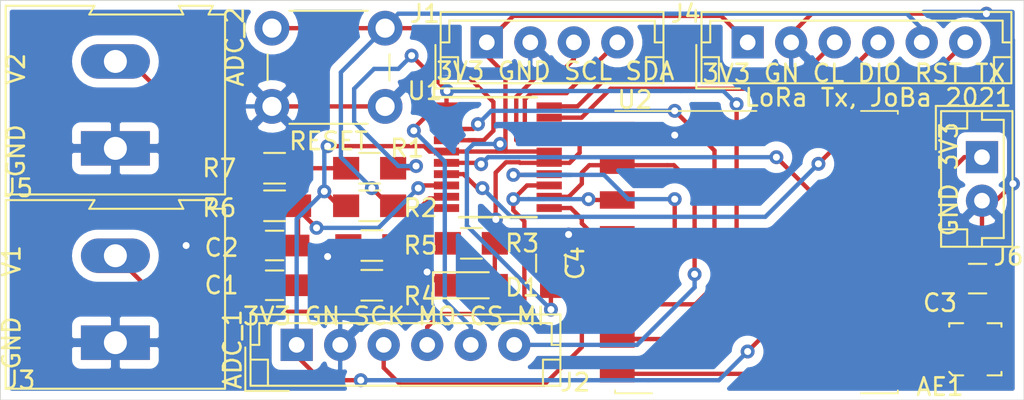
<source format=kicad_pcb>
(kicad_pcb (version 20171130) (host pcbnew 5.1.9-5.1.9)

  (general
    (thickness 1.6)
    (drawings 13)
    (tracks 351)
    (zones 0)
    (modules 22)
    (nets 24)
  )

  (page A4)
  (layers
    (0 F.Cu signal hide)
    (31 B.Cu signal hide)
    (33 F.Adhes user hide)
    (35 F.Paste user hide)
    (37 F.SilkS user hide)
    (38 B.Mask user hide)
    (39 F.Mask user)
    (40 Dwgs.User user hide)
    (41 Cmts.User user hide)
    (42 Eco1.User user hide)
    (43 Eco2.User user hide)
    (44 Edge.Cuts user)
    (45 Margin user hide)
    (46 B.CrtYd user hide)
    (47 F.CrtYd user hide)
    (49 F.Fab user)
  )

  (setup
    (last_trace_width 0.25)
    (trace_clearance 0.2)
    (zone_clearance 0.508)
    (zone_45_only no)
    (trace_min 0.2)
    (via_size 0.8)
    (via_drill 0.4)
    (via_min_size 0.4)
    (via_min_drill 0.3)
    (uvia_size 0.3)
    (uvia_drill 0.1)
    (uvias_allowed no)
    (uvia_min_size 0.2)
    (uvia_min_drill 0.1)
    (edge_width 0.05)
    (segment_width 0.2)
    (pcb_text_width 0.3)
    (pcb_text_size 1.5 1.5)
    (mod_edge_width 0.12)
    (mod_text_size 1 1)
    (mod_text_width 0.15)
    (pad_size 1.524 1.524)
    (pad_drill 0.762)
    (pad_to_mask_clearance 0)
    (aux_axis_origin 0 0)
    (visible_elements FFFFFF7F)
    (pcbplotparams
      (layerselection 0x21080_7ffffffe)
      (usegerberextensions false)
      (usegerberattributes true)
      (usegerberadvancedattributes true)
      (creategerberjobfile true)
      (excludeedgelayer true)
      (linewidth 0.100000)
      (plotframeref false)
      (viasonmask false)
      (mode 1)
      (useauxorigin false)
      (hpglpennumber 1)
      (hpglpenspeed 20)
      (hpglpendiameter 15.000000)
      (psnegative false)
      (psa4output false)
      (plotreference true)
      (plotvalue true)
      (plotinvisibletext false)
      (padsonsilk false)
      (subtractmaskfromsilk false)
      (outputformat 4)
      (mirror false)
      (drillshape 0)
      (scaleselection 1)
      (outputdirectory ""))
  )

  (net 0 "")
  (net 1 "Net-(AE1-Pad1)")
  (net 2 GND)
  (net 3 ADC_1)
  (net 4 ADC_2)
  (net 5 +3V3)
  (net 6 "Net-(D1-Pad2)")
  (net 7 SDA)
  (net 8 SCL)
  (net 9 MISO)
  (net 10 EXT_CS)
  (net 11 MOSI)
  (net 12 SCK)
  (net 13 "Net-(J3-Pad2)")
  (net 14 SWCLK)
  (net 15 SWDIO)
  (net 16 NRST)
  (net 17 TX)
  (net 18 "Net-(J5-Pad2)")
  (net 19 READY)
  (net 20 "Net-(R3-Pad2)")
  (net 21 RFM_CS)
  (net 22 DONE)
  (net 23 RFM_RST)

  (net_class Default "This is the default net class."
    (clearance 0.2)
    (trace_width 0.25)
    (via_dia 0.8)
    (via_drill 0.4)
    (uvia_dia 0.3)
    (uvia_drill 0.1)
    (add_net +3V3)
    (add_net ADC_1)
    (add_net ADC_2)
    (add_net DONE)
    (add_net EXT_CS)
    (add_net GND)
    (add_net MISO)
    (add_net MOSI)
    (add_net NRST)
    (add_net "Net-(AE1-Pad1)")
    (add_net "Net-(D1-Pad2)")
    (add_net "Net-(J3-Pad2)")
    (add_net "Net-(J5-Pad2)")
    (add_net "Net-(R3-Pad2)")
    (add_net READY)
    (add_net RFM_CS)
    (add_net RFM_RST)
    (add_net SCK)
    (add_net SCL)
    (add_net SDA)
    (add_net SWCLK)
    (add_net SWDIO)
    (add_net TX)
  )

  (module Connectors_Terminal_Blocks:TerminalBlock_Altech_AK300-2_P5.00mm (layer F.Cu) (tedit 59FF0306) (tstamp 603013ED)
    (at 43.561 127.762 90)
    (descr "Altech AK300 terminal block, pitch 5.0mm, 45 degree angled, see http://www.mouser.com/ds/2/16/PCBMETRC-24178.pdf")
    (tags "Altech AK300 terminal block pitch 5.0mm")
    (path /605BC0FD)
    (fp_text reference J5 (at -2.286 -5.588 180) (layer F.SilkS)
      (effects (font (size 1 1) (thickness 0.15)))
    )
    (fp_text value Barrel_Jack (at 2.667 3.556 90) (layer F.Fab)
      (effects (font (size 1 1) (thickness 0.15)))
    )
    (fp_line (start 8.36 6.47) (end -2.83 6.47) (layer F.CrtYd) (width 0.05))
    (fp_line (start 8.36 6.47) (end 8.36 -6.47) (layer F.CrtYd) (width 0.05))
    (fp_line (start -2.83 -6.47) (end -2.83 6.47) (layer F.CrtYd) (width 0.05))
    (fp_line (start -2.83 -6.47) (end 8.36 -6.47) (layer F.CrtYd) (width 0.05))
    (fp_line (start 3.36 -0.25) (end 6.67 -0.25) (layer F.Fab) (width 0.1))
    (fp_line (start 2.98 -0.25) (end 3.36 -0.25) (layer F.Fab) (width 0.1))
    (fp_line (start 7.05 -0.25) (end 6.67 -0.25) (layer F.Fab) (width 0.1))
    (fp_line (start 6.67 -0.64) (end 3.36 -0.64) (layer F.Fab) (width 0.1))
    (fp_line (start 7.61 -0.64) (end 6.67 -0.64) (layer F.Fab) (width 0.1))
    (fp_line (start 1.66 -0.64) (end 3.36 -0.64) (layer F.Fab) (width 0.1))
    (fp_line (start -1.64 -0.64) (end 1.66 -0.64) (layer F.Fab) (width 0.1))
    (fp_line (start -2.58 -0.64) (end -1.64 -0.64) (layer F.Fab) (width 0.1))
    (fp_line (start 1.66 -0.25) (end -1.64 -0.25) (layer F.Fab) (width 0.1))
    (fp_line (start 2.04 -0.25) (end 1.66 -0.25) (layer F.Fab) (width 0.1))
    (fp_line (start -2.02 -0.25) (end -1.64 -0.25) (layer F.Fab) (width 0.1))
    (fp_line (start -1.49 -4.32) (end 1.56 -4.95) (layer F.Fab) (width 0.1))
    (fp_line (start -1.62 -4.45) (end 1.44 -5.08) (layer F.Fab) (width 0.1))
    (fp_line (start 3.52 -4.32) (end 6.56 -4.95) (layer F.Fab) (width 0.1))
    (fp_line (start 3.39 -4.45) (end 6.44 -5.08) (layer F.Fab) (width 0.1))
    (fp_line (start 2.04 -5.97) (end -2.02 -5.97) (layer F.Fab) (width 0.1))
    (fp_line (start -2.02 -3.43) (end -2.02 -5.97) (layer F.Fab) (width 0.1))
    (fp_line (start 2.04 -3.43) (end -2.02 -3.43) (layer F.Fab) (width 0.1))
    (fp_line (start 2.04 -3.43) (end 2.04 -5.97) (layer F.Fab) (width 0.1))
    (fp_line (start 7.05 -3.43) (end 2.98 -3.43) (layer F.Fab) (width 0.1))
    (fp_line (start 7.05 -5.97) (end 7.05 -3.43) (layer F.Fab) (width 0.1))
    (fp_line (start 2.98 -5.97) (end 7.05 -5.97) (layer F.Fab) (width 0.1))
    (fp_line (start 2.98 -3.43) (end 2.98 -5.97) (layer F.Fab) (width 0.1))
    (fp_line (start 7.61 -3.17) (end 7.61 -1.65) (layer F.Fab) (width 0.1))
    (fp_line (start -2.58 -3.17) (end -2.58 -6.22) (layer F.Fab) (width 0.1))
    (fp_line (start -2.58 -3.17) (end 7.61 -3.17) (layer F.Fab) (width 0.1))
    (fp_line (start 7.61 -0.64) (end 7.61 4.06) (layer F.Fab) (width 0.1))
    (fp_line (start 7.61 -1.65) (end 7.61 -0.64) (layer F.Fab) (width 0.1))
    (fp_line (start -2.58 -0.64) (end -2.58 -3.17) (layer F.Fab) (width 0.1))
    (fp_line (start -2.58 6.22) (end -2.58 -0.64) (layer F.Fab) (width 0.1))
    (fp_line (start 6.67 0.51) (end 6.28 0.51) (layer F.Fab) (width 0.1))
    (fp_line (start 3.36 0.51) (end 3.74 0.51) (layer F.Fab) (width 0.1))
    (fp_line (start 1.66 0.51) (end 1.28 0.51) (layer F.Fab) (width 0.1))
    (fp_line (start -1.64 0.51) (end -1.26 0.51) (layer F.Fab) (width 0.1))
    (fp_line (start -1.64 3.68) (end -1.64 0.51) (layer F.Fab) (width 0.1))
    (fp_line (start 1.66 3.68) (end -1.64 3.68) (layer F.Fab) (width 0.1))
    (fp_line (start 1.66 3.68) (end 1.66 0.51) (layer F.Fab) (width 0.1))
    (fp_line (start 3.36 3.68) (end 3.36 0.51) (layer F.Fab) (width 0.1))
    (fp_line (start 6.67 3.68) (end 3.36 3.68) (layer F.Fab) (width 0.1))
    (fp_line (start 6.67 3.68) (end 6.67 0.51) (layer F.Fab) (width 0.1))
    (fp_line (start -2.02 4.32) (end -2.02 6.22) (layer F.Fab) (width 0.1))
    (fp_line (start 2.04 4.32) (end 2.04 -0.25) (layer F.Fab) (width 0.1))
    (fp_line (start 2.04 4.32) (end -2.02 4.32) (layer F.Fab) (width 0.1))
    (fp_line (start 7.05 4.32) (end 7.05 6.22) (layer F.Fab) (width 0.1))
    (fp_line (start 2.98 4.32) (end 2.98 -0.25) (layer F.Fab) (width 0.1))
    (fp_line (start 2.98 4.32) (end 7.05 4.32) (layer F.Fab) (width 0.1))
    (fp_line (start -2.02 6.22) (end 2.04 6.22) (layer F.Fab) (width 0.1))
    (fp_line (start -2.58 6.22) (end -2.02 6.22) (layer F.Fab) (width 0.1))
    (fp_line (start -2.02 -0.25) (end -2.02 4.32) (layer F.Fab) (width 0.1))
    (fp_line (start 2.04 6.22) (end 2.98 6.22) (layer F.Fab) (width 0.1))
    (fp_line (start 2.04 6.22) (end 2.04 4.32) (layer F.Fab) (width 0.1))
    (fp_line (start 7.05 6.22) (end 7.61 6.22) (layer F.Fab) (width 0.1))
    (fp_line (start 2.98 6.22) (end 7.05 6.22) (layer F.Fab) (width 0.1))
    (fp_line (start 7.05 -0.25) (end 7.05 4.32) (layer F.Fab) (width 0.1))
    (fp_line (start 2.98 6.22) (end 2.98 4.32) (layer F.Fab) (width 0.1))
    (fp_line (start 8.11 3.81) (end 8.11 5.46) (layer F.Fab) (width 0.1))
    (fp_line (start 7.61 4.06) (end 7.61 5.21) (layer F.Fab) (width 0.1))
    (fp_line (start 8.11 3.81) (end 7.61 4.06) (layer F.Fab) (width 0.1))
    (fp_line (start 7.61 5.21) (end 7.61 6.22) (layer F.Fab) (width 0.1))
    (fp_line (start 8.11 5.46) (end 7.61 5.21) (layer F.Fab) (width 0.1))
    (fp_line (start 8.11 -1.4) (end 7.61 -1.65) (layer F.Fab) (width 0.1))
    (fp_line (start 8.11 -6.22) (end 8.11 -1.4) (layer F.Fab) (width 0.1))
    (fp_line (start 7.61 -6.22) (end 8.11 -6.22) (layer F.Fab) (width 0.1))
    (fp_line (start 7.61 -6.22) (end -2.58 -6.22) (layer F.Fab) (width 0.1))
    (fp_line (start 7.61 -6.22) (end 7.61 -3.17) (layer F.Fab) (width 0.1))
    (fp_line (start 3.74 2.54) (end 3.74 -0.25) (layer F.Fab) (width 0.1))
    (fp_line (start 3.74 -0.25) (end 6.28 -0.25) (layer F.Fab) (width 0.1))
    (fp_line (start 6.28 2.54) (end 6.28 -0.25) (layer F.Fab) (width 0.1))
    (fp_line (start 3.74 2.54) (end 6.28 2.54) (layer F.Fab) (width 0.1))
    (fp_line (start -1.26 2.54) (end -1.26 -0.25) (layer F.Fab) (width 0.1))
    (fp_line (start -1.26 -0.25) (end 1.28 -0.25) (layer F.Fab) (width 0.1))
    (fp_line (start 1.28 2.54) (end 1.28 -0.25) (layer F.Fab) (width 0.1))
    (fp_line (start -1.26 2.54) (end 1.28 2.54) (layer F.Fab) (width 0.1))
    (fp_line (start 8.2 -6.3) (end -2.65 -6.3) (layer F.SilkS) (width 0.12))
    (fp_line (start 8.2 -1.2) (end 8.2 -6.3) (layer F.SilkS) (width 0.12))
    (fp_line (start 7.7 -1.5) (end 8.2 -1.2) (layer F.SilkS) (width 0.12))
    (fp_line (start 7.7 3.9) (end 7.7 -1.5) (layer F.SilkS) (width 0.12))
    (fp_line (start 8.2 3.65) (end 7.7 3.9) (layer F.SilkS) (width 0.12))
    (fp_line (start 8.2 3.7) (end 8.2 3.65) (layer F.SilkS) (width 0.12))
    (fp_line (start 8.2 5.6) (end 8.2 3.7) (layer F.SilkS) (width 0.12))
    (fp_line (start 7.7 5.35) (end 8.2 5.6) (layer F.SilkS) (width 0.12))
    (fp_line (start 7.7 6.3) (end 7.7 5.35) (layer F.SilkS) (width 0.12))
    (fp_line (start -2.65 6.3) (end 7.7 6.3) (layer F.SilkS) (width 0.12))
    (fp_line (start -2.65 -6.3) (end -2.65 6.3) (layer F.SilkS) (width 0.12))
    (fp_arc (start -1.13 -4.65) (end -1.42 -4.13) (angle 104.2) (layer F.Fab) (width 0.1))
    (fp_arc (start -0.01 -3.71) (end -1.62 -5) (angle 100) (layer F.Fab) (width 0.1))
    (fp_arc (start 0.06 -6.07) (end 1.53 -4.12) (angle 75.5) (layer F.Fab) (width 0.1))
    (fp_arc (start 1.03 -4.59) (end 1.53 -5.05) (angle 90.5) (layer F.Fab) (width 0.1))
    (fp_arc (start 3.87 -4.65) (end 3.58 -4.13) (angle 104.2) (layer F.Fab) (width 0.1))
    (fp_arc (start 4.99 -3.71) (end 3.39 -5) (angle 100) (layer F.Fab) (width 0.1))
    (fp_arc (start 5.07 -6.07) (end 6.53 -4.12) (angle 75.5) (layer F.Fab) (width 0.1))
    (fp_arc (start 6.03 -4.59) (end 6.54 -5.05) (angle 90.5) (layer F.Fab) (width 0.1))
    (fp_text user %R (at 2.5 -2 90) (layer F.Fab)
      (effects (font (size 1 1) (thickness 0.15)))
    )
    (pad 2 thru_hole oval (at 5 0 90) (size 1.98 3.96) (drill 1.32) (layers *.Cu *.Mask)
      (net 18 "Net-(J5-Pad2)"))
    (pad 1 thru_hole rect (at 0 0 90) (size 1.98 3.96) (drill 1.32) (layers *.Cu *.Mask)
      (net 2 GND))
    (model ${KISYS3DMOD}/Terminal_Blocks.3dshapes/TerminalBlock_Altech_AK300-2_P5.00mm.wrl
      (at (xyz 0 0 0))
      (scale (xyz 1 1 1))
      (rotate (xyz 0 0 0))
    )
  )

  (module Capacitors_SMD:C_0805_HandSoldering (layer F.Cu) (tedit 58AA84A8) (tstamp 603012A0)
    (at 68.58 134.366 90)
    (descr "Capacitor SMD 0805, hand soldering")
    (tags "capacitor 0805")
    (path /6030C70F)
    (attr smd)
    (fp_text reference C4 (at 0 1.397 90) (layer F.SilkS)
      (effects (font (size 1 1) (thickness 0.15)))
    )
    (fp_text value 10µ (at 0.127 1.016 90) (layer F.Fab)
      (effects (font (size 0.5 0.5) (thickness 0.075)))
    )
    (fp_line (start 2.25 0.87) (end -2.25 0.87) (layer F.CrtYd) (width 0.05))
    (fp_line (start 2.25 0.87) (end 2.25 -0.88) (layer F.CrtYd) (width 0.05))
    (fp_line (start -2.25 -0.88) (end -2.25 0.87) (layer F.CrtYd) (width 0.05))
    (fp_line (start -2.25 -0.88) (end 2.25 -0.88) (layer F.CrtYd) (width 0.05))
    (fp_line (start -0.5 0.85) (end 0.5 0.85) (layer F.SilkS) (width 0.12))
    (fp_line (start 0.5 -0.85) (end -0.5 -0.85) (layer F.SilkS) (width 0.12))
    (fp_line (start -1 -0.62) (end 1 -0.62) (layer F.Fab) (width 0.1))
    (fp_line (start 1 -0.62) (end 1 0.62) (layer F.Fab) (width 0.1))
    (fp_line (start 1 0.62) (end -1 0.62) (layer F.Fab) (width 0.1))
    (fp_line (start -1 0.62) (end -1 -0.62) (layer F.Fab) (width 0.1))
    (fp_text user %R (at 0 0 90) (layer F.Fab)
      (effects (font (size 0.5 0.5) (thickness 0.075)))
    )
    (pad 2 smd rect (at 1.25 0 90) (size 1.5 1.25) (layers F.Cu F.Paste F.Mask)
      (net 2 GND))
    (pad 1 smd rect (at -1.25 0 90) (size 1.5 1.25) (layers F.Cu F.Paste F.Mask)
      (net 5 +3V3))
    (model Capacitors_SMD.3dshapes/C_0805.wrl
      (at (xyz 0 0 0))
      (scale (xyz 1 1 1))
      (rotate (xyz 0 0 0))
    )
  )

  (module RF_Modules:Hopref_RFM9XW_SMD (layer F.Cu) (tedit 59D9324F) (tstamp 603014E6)
    (at 80.391 133.731)
    (descr " Low Power Long Range Transceiver Module SMD-16 http://www.hoperf.com/upload/rf/RFM95_96_97_98W.pdf")
    (tags " Low Power Long Range Transceiver Module")
    (path /602FC82F)
    (attr smd)
    (fp_text reference U2 (at -6.985 -8.763) (layer F.SilkS)
      (effects (font (size 1 1) (thickness 0.15)))
    )
    (fp_text value RFM95W-868S2 (at -0.127 3.175) (layer F.Fab)
      (effects (font (size 1 1) (thickness 0.15)))
    )
    (fp_line (start 8.12 -8.12) (end 8.12 -7.95) (layer F.SilkS) (width 0.1))
    (fp_line (start 6 -8.12) (end 8.12 -8.12) (layer F.SilkS) (width 0.1))
    (fp_line (start -8.12 8.12) (end -8.12 7.95) (layer F.SilkS) (width 0.1))
    (fp_line (start -8.12 8.12) (end -6 8.12) (layer F.SilkS) (width 0.1))
    (fp_line (start 8.12 8.12) (end 8.12 7.95) (layer F.SilkS) (width 0.1))
    (fp_line (start -9.45 8.25) (end -9.45 -8.25) (layer F.CrtYd) (width 0.05))
    (fp_line (start -9.45 8.25) (end 9.45 8.25) (layer F.CrtYd) (width 0.05))
    (fp_line (start 9.45 -8.25) (end 9.45 8.25) (layer F.CrtYd) (width 0.05))
    (fp_line (start -9.45 -8.25) (end 9.45 -8.25) (layer F.CrtYd) (width 0.05))
    (fp_line (start 6 8.12) (end 8.12 8.12) (layer F.SilkS) (width 0.1))
    (fp_line (start -8.12 -8.12) (end 0 -8.12) (layer F.SilkS) (width 0.1))
    (fp_line (start -8 8) (end -8 -8) (layer F.Fab) (width 0.12))
    (fp_line (start -8 8) (end 8 8) (layer F.Fab) (width 0.12))
    (fp_line (start 8 8) (end 8 -8) (layer F.Fab) (width 0.12))
    (fp_line (start -8 -8) (end 8 -8) (layer F.Fab) (width 0.12))
    (fp_text user %R (at 0 0) (layer F.Fab)
      (effects (font (size 1 1) (thickness 0.15)))
    )
    (pad 16 smd rect (at 8 -7) (size 2 1) (layers F.Cu F.Paste F.Mask))
    (pad 15 smd rect (at 8 -5) (size 2 1) (layers F.Cu F.Paste F.Mask))
    (pad 14 smd rect (at 8 -3) (size 2 1) (layers F.Cu F.Paste F.Mask)
      (net 22 DONE))
    (pad 13 smd rect (at 8 -1) (size 2 1) (layers F.Cu F.Paste F.Mask)
      (net 5 +3V3))
    (pad 12 smd rect (at 8 1) (size 2 1) (layers F.Cu F.Paste F.Mask))
    (pad 11 smd rect (at 8 3) (size 2 1) (layers F.Cu F.Paste F.Mask))
    (pad 10 smd rect (at 8 5) (size 2 1) (layers F.Cu F.Paste F.Mask)
      (net 2 GND))
    (pad 9 smd rect (at 8 7) (size 2 1) (layers F.Cu F.Paste F.Mask)
      (net 1 "Net-(AE1-Pad1)"))
    (pad 8 smd rect (at -8 7) (size 2 1) (layers F.Cu F.Paste F.Mask)
      (net 2 GND))
    (pad 7 smd rect (at -8 5) (size 2 1) (layers F.Cu F.Paste F.Mask)
      (net 19 READY))
    (pad 6 smd rect (at -8 3) (size 2 1) (layers F.Cu F.Paste F.Mask)
      (net 23 RFM_RST))
    (pad 5 smd rect (at -8 1) (size 2 1) (layers F.Cu F.Paste F.Mask)
      (net 21 RFM_CS))
    (pad 4 smd rect (at -8 -1) (size 2 1) (layers F.Cu F.Paste F.Mask)
      (net 12 SCK))
    (pad 3 smd rect (at -8 -3) (size 2 1) (layers F.Cu F.Paste F.Mask)
      (net 11 MOSI))
    (pad 2 smd rect (at -8 -5) (size 2 1) (layers F.Cu F.Paste F.Mask)
      (net 9 MISO))
    (pad 1 smd rect (at -8 -7) (size 2 1) (layers F.Cu F.Paste F.Mask)
      (net 2 GND))
    (model ${KISYS3DMOD}/RF_Modules.3dshapes/Hopref_RFM9XW_SMD.wrl
      (at (xyz 0 0 0))
      (scale (xyz 1 1 1))
      (rotate (xyz 0 0 0))
    )
  )

  (module Resistors_SMD:R_0805_HandSoldering (layer F.Cu) (tedit 58E0A804) (tstamp 60301451)
    (at 58.293 135.636)
    (descr "Resistor SMD 0805, hand soldering")
    (tags "resistor 0805")
    (path /60568606)
    (attr smd)
    (fp_text reference R4 (at 2.794 0.635) (layer F.SilkS)
      (effects (font (size 1 1) (thickness 0.15)))
    )
    (fp_text value 1M (at 0 1.016) (layer F.Fab)
      (effects (font (size 0.5 0.5) (thickness 0.075)))
    )
    (fp_line (start -1 0.62) (end -1 -0.62) (layer F.Fab) (width 0.1))
    (fp_line (start 1 0.62) (end -1 0.62) (layer F.Fab) (width 0.1))
    (fp_line (start 1 -0.62) (end 1 0.62) (layer F.Fab) (width 0.1))
    (fp_line (start -1 -0.62) (end 1 -0.62) (layer F.Fab) (width 0.1))
    (fp_line (start 0.6 0.88) (end -0.6 0.88) (layer F.SilkS) (width 0.12))
    (fp_line (start -0.6 -0.88) (end 0.6 -0.88) (layer F.SilkS) (width 0.12))
    (fp_line (start -2.35 -0.9) (end 2.35 -0.9) (layer F.CrtYd) (width 0.05))
    (fp_line (start -2.35 -0.9) (end -2.35 0.9) (layer F.CrtYd) (width 0.05))
    (fp_line (start 2.35 0.9) (end 2.35 -0.9) (layer F.CrtYd) (width 0.05))
    (fp_line (start 2.35 0.9) (end -2.35 0.9) (layer F.CrtYd) (width 0.05))
    (fp_text user %R (at 0 0) (layer F.Fab)
      (effects (font (size 0.5 0.5) (thickness 0.075)))
    )
    (pad 1 smd rect (at -1.35 0) (size 1.5 1.3) (layers F.Cu F.Paste F.Mask)
      (net 3 ADC_1))
    (pad 2 smd rect (at 1.35 0) (size 1.5 1.3) (layers F.Cu F.Paste F.Mask)
      (net 13 "Net-(J3-Pad2)"))
    (model ${KISYS3DMOD}/Resistors_SMD.3dshapes/R_0805.wrl
      (at (xyz 0 0 0))
      (scale (xyz 1 1 1))
      (rotate (xyz 0 0 0))
    )
  )

  (module Connectors_Molex:Molex_Microcoaxial_RF (layer F.Cu) (tedit 5884C15F) (tstamp 6030125C)
    (at 92.964 139.319)
    (descr "Molex Microcoaxial RF, mates Hirose U.FL, http://www.molex.com/pdm_docs/sd/734120110_sd.pdf")
    (tags "mcrf hirose ufl u.fl microcoaxial")
    (path /6044D14D)
    (attr smd)
    (fp_text reference AE1 (at -2.032 2.159) (layer F.SilkS)
      (effects (font (size 1 1) (thickness 0.15)))
    )
    (fp_text value Ant (at -2.032 2.032) (layer F.Fab)
      (effects (font (size 1 1) (thickness 0.15)))
    )
    (fp_circle (center 0 0) (end 0 0.2) (layer F.Fab) (width 0.1))
    (fp_line (start -1 1.3) (end 1.3 1.3) (layer F.Fab) (width 0.1))
    (fp_line (start 2.5 -2.5) (end -2.5 -2.5) (layer F.CrtYd) (width 0.05))
    (fp_line (start 2.5 2.5) (end 2.5 -2.5) (layer F.CrtYd) (width 0.05))
    (fp_line (start -2.5 2.5) (end 2.5 2.5) (layer F.CrtYd) (width 0.05))
    (fp_line (start -2.5 -2.5) (end -2.5 2.5) (layer F.CrtYd) (width 0.05))
    (fp_line (start 1.3 -1.3) (end 1.3 1.3) (layer F.Fab) (width 0.1))
    (fp_line (start -1.3 1) (end -1 1.3) (layer F.Fab) (width 0.1))
    (fp_line (start -1.3 -1.3) (end -1.3 1) (layer F.Fab) (width 0.1))
    (fp_line (start -1.3 -1.3) (end 1.3 -1.3) (layer F.Fab) (width 0.1))
    (fp_circle (center 0 0) (end 1 0) (layer F.Fab) (width 0.1))
    (fp_line (start -1.5 -1.5) (end -0.7 -1.5) (layer F.SilkS) (width 0.12))
    (fp_line (start -1.5 -1.3) (end -1.5 -1.5) (layer F.SilkS) (width 0.12))
    (fp_line (start 1.5 -1.5) (end 1.5 -1.3) (layer F.SilkS) (width 0.12))
    (fp_line (start 0.7 -1.5) (end 1.5 -1.5) (layer F.SilkS) (width 0.12))
    (fp_line (start 1.5 1.5) (end 0.7 1.5) (layer F.SilkS) (width 0.12))
    (fp_line (start 1.5 1.3) (end 1.5 1.5) (layer F.SilkS) (width 0.12))
    (fp_line (start -1.3 1.5) (end -1.5 1.3) (layer F.SilkS) (width 0.12))
    (fp_line (start -0.7 1.5) (end -1.3 1.5) (layer F.SilkS) (width 0.12))
    (fp_circle (center 0 0) (end 0 0.125) (layer F.Fab) (width 0.1))
    (fp_circle (center 0 0) (end 0 0.05) (layer F.Fab) (width 0.1))
    (pad 1 smd rect (at 0 1.5) (size 1 1) (layers F.Cu F.Paste F.Mask)
      (net 1 "Net-(AE1-Pad1)"))
    (pad 2 smd rect (at 0 -1.5) (size 1 1) (layers F.Cu F.Paste F.Mask)
      (net 2 GND))
    (pad 2 smd rect (at 1.475 0) (size 1.05 2.2) (layers F.Cu F.Paste F.Mask)
      (net 2 GND))
    (pad 2 smd rect (at -1.475 0) (size 1.05 2.2) (layers F.Cu F.Paste F.Mask)
      (net 2 GND))
    (model ${KISYS3DMOD}/Connectors_Molex.3dshapes/Molex_Microcoaxial_RF.wrl
      (at (xyz 0 0 0))
      (scale (xyz 1 1 1))
      (rotate (xyz 0 0 0))
    )
  )

  (module Capacitors_SMD:C_0805_HandSoldering (layer F.Cu) (tedit 58AA84A8) (tstamp 6030126D)
    (at 52.705 135.636 180)
    (descr "Capacitor SMD 0805, hand soldering")
    (tags "capacitor 0805")
    (path /60589131)
    (attr smd)
    (fp_text reference C1 (at 3.048 0) (layer F.SilkS)
      (effects (font (size 1 1) (thickness 0.15)))
    )
    (fp_text value 100n (at -0.127 -1.016) (layer F.Fab)
      (effects (font (size 0.5 0.5) (thickness 0.075)))
    )
    (fp_line (start 2.25 0.87) (end -2.25 0.87) (layer F.CrtYd) (width 0.05))
    (fp_line (start 2.25 0.87) (end 2.25 -0.88) (layer F.CrtYd) (width 0.05))
    (fp_line (start -2.25 -0.88) (end -2.25 0.87) (layer F.CrtYd) (width 0.05))
    (fp_line (start -2.25 -0.88) (end 2.25 -0.88) (layer F.CrtYd) (width 0.05))
    (fp_line (start -0.5 0.85) (end 0.5 0.85) (layer F.SilkS) (width 0.12))
    (fp_line (start 0.5 -0.85) (end -0.5 -0.85) (layer F.SilkS) (width 0.12))
    (fp_line (start -1 -0.62) (end 1 -0.62) (layer F.Fab) (width 0.1))
    (fp_line (start 1 -0.62) (end 1 0.62) (layer F.Fab) (width 0.1))
    (fp_line (start 1 0.62) (end -1 0.62) (layer F.Fab) (width 0.1))
    (fp_line (start -1 0.62) (end -1 -0.62) (layer F.Fab) (width 0.1))
    (fp_text user %R (at 0 0) (layer F.Fab)
      (effects (font (size 0.5 0.5) (thickness 0.075)))
    )
    (pad 2 smd rect (at 1.25 0 180) (size 1.5 1.25) (layers F.Cu F.Paste F.Mask)
      (net 2 GND))
    (pad 1 smd rect (at -1.25 0 180) (size 1.5 1.25) (layers F.Cu F.Paste F.Mask)
      (net 3 ADC_1))
    (model Capacitors_SMD.3dshapes/C_0805.wrl
      (at (xyz 0 0 0))
      (scale (xyz 1 1 1))
      (rotate (xyz 0 0 0))
    )
  )

  (module Capacitors_SMD:C_0805_HandSoldering (layer F.Cu) (tedit 58AA84A8) (tstamp 6030127E)
    (at 52.705 133.35 180)
    (descr "Capacitor SMD 0805, hand soldering")
    (tags "capacitor 0805")
    (path /605BC111)
    (attr smd)
    (fp_text reference C2 (at 3.048 -0.127) (layer F.SilkS)
      (effects (font (size 1 1) (thickness 0.15)))
    )
    (fp_text value 100n (at 0 -1.016) (layer F.Fab)
      (effects (font (size 0.5 0.5) (thickness 0.075)))
    )
    (fp_line (start -1 0.62) (end -1 -0.62) (layer F.Fab) (width 0.1))
    (fp_line (start 1 0.62) (end -1 0.62) (layer F.Fab) (width 0.1))
    (fp_line (start 1 -0.62) (end 1 0.62) (layer F.Fab) (width 0.1))
    (fp_line (start -1 -0.62) (end 1 -0.62) (layer F.Fab) (width 0.1))
    (fp_line (start 0.5 -0.85) (end -0.5 -0.85) (layer F.SilkS) (width 0.12))
    (fp_line (start -0.5 0.85) (end 0.5 0.85) (layer F.SilkS) (width 0.12))
    (fp_line (start -2.25 -0.88) (end 2.25 -0.88) (layer F.CrtYd) (width 0.05))
    (fp_line (start -2.25 -0.88) (end -2.25 0.87) (layer F.CrtYd) (width 0.05))
    (fp_line (start 2.25 0.87) (end 2.25 -0.88) (layer F.CrtYd) (width 0.05))
    (fp_line (start 2.25 0.87) (end -2.25 0.87) (layer F.CrtYd) (width 0.05))
    (fp_text user %R (at 0 0) (layer F.Fab)
      (effects (font (size 0.5 0.5) (thickness 0.075)))
    )
    (pad 1 smd rect (at -1.25 0 180) (size 1.5 1.25) (layers F.Cu F.Paste F.Mask)
      (net 4 ADC_2))
    (pad 2 smd rect (at 1.25 0 180) (size 1.5 1.25) (layers F.Cu F.Paste F.Mask)
      (net 2 GND))
    (model Capacitors_SMD.3dshapes/C_0805.wrl
      (at (xyz 0 0 0))
      (scale (xyz 1 1 1))
      (rotate (xyz 0 0 0))
    )
  )

  (module Capacitors_SMD:C_0805_HandSoldering (layer F.Cu) (tedit 58AA84A8) (tstamp 6030128F)
    (at 93.091 135.255)
    (descr "Capacitor SMD 0805, hand soldering")
    (tags "capacitor 0805")
    (path /6030DEB8)
    (attr smd)
    (fp_text reference C3 (at -2.159 1.397) (layer F.SilkS)
      (effects (font (size 1 1) (thickness 0.15)))
    )
    (fp_text value 10µ (at 0 1.016) (layer F.Fab)
      (effects (font (size 0.5 0.5) (thickness 0.075)))
    )
    (fp_line (start -1 0.62) (end -1 -0.62) (layer F.Fab) (width 0.1))
    (fp_line (start 1 0.62) (end -1 0.62) (layer F.Fab) (width 0.1))
    (fp_line (start 1 -0.62) (end 1 0.62) (layer F.Fab) (width 0.1))
    (fp_line (start -1 -0.62) (end 1 -0.62) (layer F.Fab) (width 0.1))
    (fp_line (start 0.5 -0.85) (end -0.5 -0.85) (layer F.SilkS) (width 0.12))
    (fp_line (start -0.5 0.85) (end 0.5 0.85) (layer F.SilkS) (width 0.12))
    (fp_line (start -2.25 -0.88) (end 2.25 -0.88) (layer F.CrtYd) (width 0.05))
    (fp_line (start -2.25 -0.88) (end -2.25 0.87) (layer F.CrtYd) (width 0.05))
    (fp_line (start 2.25 0.87) (end 2.25 -0.88) (layer F.CrtYd) (width 0.05))
    (fp_line (start 2.25 0.87) (end -2.25 0.87) (layer F.CrtYd) (width 0.05))
    (fp_text user %R (at 0 0) (layer F.Fab)
      (effects (font (size 0.5 0.5) (thickness 0.075)))
    )
    (pad 1 smd rect (at -1.25 0) (size 1.5 1.25) (layers F.Cu F.Paste F.Mask)
      (net 5 +3V3))
    (pad 2 smd rect (at 1.25 0) (size 1.5 1.25) (layers F.Cu F.Paste F.Mask)
      (net 2 GND))
    (model Capacitors_SMD.3dshapes/C_0805.wrl
      (at (xyz 0 0 0))
      (scale (xyz 1 1 1))
      (rotate (xyz 0 0 0))
    )
  )

  (module LEDs:LED_0805_HandSoldering (layer F.Cu) (tedit 595FCA25) (tstamp 603012B5)
    (at 64.008 135.636)
    (descr "Resistor SMD 0805, hand soldering")
    (tags "resistor 0805")
    (path /60306F60)
    (attr smd)
    (fp_text reference D1 (at 2.921 0.127) (layer F.SilkS)
      (effects (font (size 1 1) (thickness 0.15)))
    )
    (fp_text value LED (at -0.127 1.016) (layer F.Fab)
      (effects (font (size 0.5 0.5) (thickness 0.075)))
    )
    (fp_line (start -2.2 -0.75) (end -2.2 0.75) (layer F.SilkS) (width 0.12))
    (fp_line (start 2.35 0.9) (end -2.35 0.9) (layer F.CrtYd) (width 0.05))
    (fp_line (start 2.35 0.9) (end 2.35 -0.9) (layer F.CrtYd) (width 0.05))
    (fp_line (start -2.35 -0.9) (end -2.35 0.9) (layer F.CrtYd) (width 0.05))
    (fp_line (start -2.35 -0.9) (end 2.35 -0.9) (layer F.CrtYd) (width 0.05))
    (fp_line (start -2.2 -0.75) (end 1 -0.75) (layer F.SilkS) (width 0.12))
    (fp_line (start 1 0.75) (end -2.2 0.75) (layer F.SilkS) (width 0.12))
    (fp_line (start -1 -0.62) (end 1 -0.62) (layer F.Fab) (width 0.1))
    (fp_line (start 1 -0.62) (end 1 0.62) (layer F.Fab) (width 0.1))
    (fp_line (start 1 0.62) (end -1 0.62) (layer F.Fab) (width 0.1))
    (fp_line (start -1 0.62) (end -1 -0.62) (layer F.Fab) (width 0.1))
    (fp_line (start 0.2 -0.4) (end 0.2 0.4) (layer F.Fab) (width 0.1))
    (fp_line (start 0.2 0.4) (end -0.4 0) (layer F.Fab) (width 0.1))
    (fp_line (start -0.4 0) (end 0.2 -0.4) (layer F.Fab) (width 0.1))
    (fp_line (start -0.4 -0.4) (end -0.4 0.4) (layer F.Fab) (width 0.1))
    (pad 2 smd rect (at 1.35 0) (size 1.5 1.3) (layers F.Cu F.Paste F.Mask)
      (net 6 "Net-(D1-Pad2)"))
    (pad 1 smd rect (at -1.35 0) (size 1.5 1.3) (layers F.Cu F.Paste F.Mask)
      (net 2 GND))
    (model ${KISYS3DMOD}/LEDs.3dshapes/LED_0805.wrl
      (at (xyz 0 0 0))
      (scale (xyz 1 1 1))
      (rotate (xyz 0 0 0))
    )
  )

  (module Connectors_JST:JST_EH_B04B-EH-A_04x2.50mm_Straight (layer F.Cu) (tedit 58A3B0B5) (tstamp 603012D7)
    (at 64.897 121.666)
    (descr "JST EH series connector, B04B-EH-A, 2.50mm pitch, top entry")
    (tags "connector jst eh top vertical straight")
    (path /6039AF32)
    (fp_text reference J1 (at -3.556 -1.651) (layer F.SilkS)
      (effects (font (size 1 1) (thickness 0.15)))
    )
    (fp_text value Conn_01x04 (at 4.445 -1.651) (layer F.Fab)
      (effects (font (size 1 1) (thickness 0.15)))
    )
    (fp_line (start 10.65 -2.25) (end -3.15 -2.25) (layer F.CrtYd) (width 0.05))
    (fp_line (start 10.65 2.85) (end 10.65 -2.25) (layer F.CrtYd) (width 0.05))
    (fp_line (start -3.15 2.85) (end 10.65 2.85) (layer F.CrtYd) (width 0.05))
    (fp_line (start -3.15 -2.25) (end -3.15 2.85) (layer F.CrtYd) (width 0.05))
    (fp_line (start -2.95 2.65) (end -0.45 2.65) (layer F.Fab) (width 0.1))
    (fp_line (start -2.95 0.15) (end -2.95 2.65) (layer F.Fab) (width 0.1))
    (fp_line (start -2.95 2.65) (end -0.45 2.65) (layer F.SilkS) (width 0.12))
    (fp_line (start -2.95 0.15) (end -2.95 2.65) (layer F.SilkS) (width 0.12))
    (fp_line (start 9.15 0.85) (end 9.15 2.35) (layer F.SilkS) (width 0.12))
    (fp_line (start 10.15 0.85) (end 9.15 0.85) (layer F.SilkS) (width 0.12))
    (fp_line (start -1.65 0.85) (end -1.65 2.35) (layer F.SilkS) (width 0.12))
    (fp_line (start -2.65 0.85) (end -1.65 0.85) (layer F.SilkS) (width 0.12))
    (fp_line (start 9.65 0) (end 10.15 0) (layer F.SilkS) (width 0.12))
    (fp_line (start 9.65 -1.25) (end 9.65 0) (layer F.SilkS) (width 0.12))
    (fp_line (start -2.15 -1.25) (end 9.65 -1.25) (layer F.SilkS) (width 0.12))
    (fp_line (start -2.15 0) (end -2.15 -1.25) (layer F.SilkS) (width 0.12))
    (fp_line (start -2.65 0) (end -2.15 0) (layer F.SilkS) (width 0.12))
    (fp_line (start 10.15 -1.75) (end -2.65 -1.75) (layer F.SilkS) (width 0.12))
    (fp_line (start 10.15 2.35) (end 10.15 -1.75) (layer F.SilkS) (width 0.12))
    (fp_line (start -2.65 2.35) (end 10.15 2.35) (layer F.SilkS) (width 0.12))
    (fp_line (start -2.65 -1.75) (end -2.65 2.35) (layer F.SilkS) (width 0.12))
    (fp_line (start 10 -1.6) (end -2.5 -1.6) (layer F.Fab) (width 0.1))
    (fp_line (start 10 2.2) (end 10 -1.6) (layer F.Fab) (width 0.1))
    (fp_line (start -2.5 2.2) (end 10 2.2) (layer F.Fab) (width 0.1))
    (fp_line (start -2.5 -1.6) (end -2.5 2.2) (layer F.Fab) (width 0.1))
    (fp_text user %R (at -3.556 -0.635) (layer F.Fab)
      (effects (font (size 1 1) (thickness 0.15)))
    )
    (pad 4 thru_hole circle (at 7.5 0) (size 1.85 1.85) (drill 0.9) (layers *.Cu *.Mask)
      (net 7 SDA))
    (pad 3 thru_hole circle (at 5 0) (size 1.85 1.85) (drill 0.9) (layers *.Cu *.Mask)
      (net 8 SCL))
    (pad 2 thru_hole circle (at 2.5 0) (size 1.85 1.85) (drill 0.9) (layers *.Cu *.Mask)
      (net 2 GND))
    (pad 1 thru_hole rect (at 0 0) (size 1.85 1.85) (drill 0.9) (layers *.Cu *.Mask)
      (net 5 +3V3))
    (model Connectors_JST.3dshapes/JST_EH_B04B-EH-A_04x2.50mm_Straight.wrl
      (at (xyz 0 0 0))
      (scale (xyz 1 1 1))
      (rotate (xyz 0 0 0))
    )
  )

  (module Connectors_JST:JST_EH_B06B-EH-A_06x2.50mm_Straight (layer F.Cu) (tedit 58A3B0B5) (tstamp 603012FB)
    (at 53.975 139.065)
    (descr "JST EH series connector, B06B-EH-A, 2.50mm pitch, top entry")
    (tags "connector jst eh top vertical straight")
    (path /6039C536)
    (fp_text reference J2 (at 16.002 2.159) (layer F.SilkS)
      (effects (font (size 1 1) (thickness 0.15)))
    )
    (fp_text value Conn_01x06_Female (at 6.096 2.286) (layer F.Fab)
      (effects (font (size 1 1) (thickness 0.15)))
    )
    (fp_line (start 15.65 -2.25) (end -3.15 -2.25) (layer F.CrtYd) (width 0.05))
    (fp_line (start 15.65 2.85) (end 15.65 -2.25) (layer F.CrtYd) (width 0.05))
    (fp_line (start -3.15 2.85) (end 15.65 2.85) (layer F.CrtYd) (width 0.05))
    (fp_line (start -3.15 -2.25) (end -3.15 2.85) (layer F.CrtYd) (width 0.05))
    (fp_line (start -2.95 2.65) (end -0.45 2.65) (layer F.Fab) (width 0.1))
    (fp_line (start -2.95 0.15) (end -2.95 2.65) (layer F.Fab) (width 0.1))
    (fp_line (start -2.95 2.65) (end -0.45 2.65) (layer F.SilkS) (width 0.12))
    (fp_line (start -2.95 0.15) (end -2.95 2.65) (layer F.SilkS) (width 0.12))
    (fp_line (start 14.15 0.85) (end 14.15 2.35) (layer F.SilkS) (width 0.12))
    (fp_line (start 15.15 0.85) (end 14.15 0.85) (layer F.SilkS) (width 0.12))
    (fp_line (start -1.65 0.85) (end -1.65 2.35) (layer F.SilkS) (width 0.12))
    (fp_line (start -2.65 0.85) (end -1.65 0.85) (layer F.SilkS) (width 0.12))
    (fp_line (start 14.65 0) (end 15.15 0) (layer F.SilkS) (width 0.12))
    (fp_line (start 14.65 -1.25) (end 14.65 0) (layer F.SilkS) (width 0.12))
    (fp_line (start -2.15 -1.25) (end 14.65 -1.25) (layer F.SilkS) (width 0.12))
    (fp_line (start -2.15 0) (end -2.15 -1.25) (layer F.SilkS) (width 0.12))
    (fp_line (start -2.65 0) (end -2.15 0) (layer F.SilkS) (width 0.12))
    (fp_line (start 15.15 -1.75) (end -2.65 -1.75) (layer F.SilkS) (width 0.12))
    (fp_line (start 15.15 2.35) (end 15.15 -1.75) (layer F.SilkS) (width 0.12))
    (fp_line (start -2.65 2.35) (end 15.15 2.35) (layer F.SilkS) (width 0.12))
    (fp_line (start -2.65 -1.75) (end -2.65 2.35) (layer F.SilkS) (width 0.12))
    (fp_line (start 15 -1.6) (end -2.5 -1.6) (layer F.Fab) (width 0.1))
    (fp_line (start 15 2.2) (end 15 -1.6) (layer F.Fab) (width 0.1))
    (fp_line (start -2.5 2.2) (end 15 2.2) (layer F.Fab) (width 0.1))
    (fp_line (start -2.5 -1.6) (end -2.5 2.2) (layer F.Fab) (width 0.1))
    (fp_text user %R (at 7.112 -2.286) (layer F.Fab)
      (effects (font (size 1 1) (thickness 0.15)))
    )
    (pad 6 thru_hole circle (at 12.5 0) (size 1.85 1.85) (drill 0.9) (layers *.Cu *.Mask)
      (net 9 MISO))
    (pad 5 thru_hole circle (at 10 0) (size 1.85 1.85) (drill 0.9) (layers *.Cu *.Mask)
      (net 10 EXT_CS))
    (pad 4 thru_hole circle (at 7.5 0) (size 1.85 1.85) (drill 0.9) (layers *.Cu *.Mask)
      (net 11 MOSI))
    (pad 3 thru_hole circle (at 5 0) (size 1.85 1.85) (drill 0.9) (layers *.Cu *.Mask)
      (net 12 SCK))
    (pad 2 thru_hole circle (at 2.5 0) (size 1.85 1.85) (drill 0.9) (layers *.Cu *.Mask)
      (net 2 GND))
    (pad 1 thru_hole rect (at 0 0) (size 1.85 1.85) (drill 0.9) (layers *.Cu *.Mask)
      (net 5 +3V3))
    (model Connectors_JST.3dshapes/JST_EH_B06B-EH-A_06x2.50mm_Straight.wrl
      (at (xyz 0 0 0))
      (scale (xyz 1 1 1))
      (rotate (xyz 0 0 0))
    )
  )

  (module Connectors_Terminal_Blocks:TerminalBlock_Altech_AK300-2_P5.00mm (layer F.Cu) (tedit 59FF0306) (tstamp 60301362)
    (at 43.561 138.938 90)
    (descr "Altech AK300 terminal block, pitch 5.0mm, 45 degree angled, see http://www.mouser.com/ds/2/16/PCBMETRC-24178.pdf")
    (tags "Altech AK300 terminal block pitch 5.0mm")
    (path /603074CC)
    (fp_text reference J3 (at -2.159 -5.461 180) (layer F.SilkS)
      (effects (font (size 1 1) (thickness 0.15)))
    )
    (fp_text value Barrel_Jack (at 2.159 3.556 90) (layer F.Fab)
      (effects (font (size 1 1) (thickness 0.15)))
    )
    (fp_line (start -2.65 -6.3) (end -2.65 6.3) (layer F.SilkS) (width 0.12))
    (fp_line (start -2.65 6.3) (end 7.7 6.3) (layer F.SilkS) (width 0.12))
    (fp_line (start 7.7 6.3) (end 7.7 5.35) (layer F.SilkS) (width 0.12))
    (fp_line (start 7.7 5.35) (end 8.2 5.6) (layer F.SilkS) (width 0.12))
    (fp_line (start 8.2 5.6) (end 8.2 3.7) (layer F.SilkS) (width 0.12))
    (fp_line (start 8.2 3.7) (end 8.2 3.65) (layer F.SilkS) (width 0.12))
    (fp_line (start 8.2 3.65) (end 7.7 3.9) (layer F.SilkS) (width 0.12))
    (fp_line (start 7.7 3.9) (end 7.7 -1.5) (layer F.SilkS) (width 0.12))
    (fp_line (start 7.7 -1.5) (end 8.2 -1.2) (layer F.SilkS) (width 0.12))
    (fp_line (start 8.2 -1.2) (end 8.2 -6.3) (layer F.SilkS) (width 0.12))
    (fp_line (start 8.2 -6.3) (end -2.65 -6.3) (layer F.SilkS) (width 0.12))
    (fp_line (start -1.26 2.54) (end 1.28 2.54) (layer F.Fab) (width 0.1))
    (fp_line (start 1.28 2.54) (end 1.28 -0.25) (layer F.Fab) (width 0.1))
    (fp_line (start -1.26 -0.25) (end 1.28 -0.25) (layer F.Fab) (width 0.1))
    (fp_line (start -1.26 2.54) (end -1.26 -0.25) (layer F.Fab) (width 0.1))
    (fp_line (start 3.74 2.54) (end 6.28 2.54) (layer F.Fab) (width 0.1))
    (fp_line (start 6.28 2.54) (end 6.28 -0.25) (layer F.Fab) (width 0.1))
    (fp_line (start 3.74 -0.25) (end 6.28 -0.25) (layer F.Fab) (width 0.1))
    (fp_line (start 3.74 2.54) (end 3.74 -0.25) (layer F.Fab) (width 0.1))
    (fp_line (start 7.61 -6.22) (end 7.61 -3.17) (layer F.Fab) (width 0.1))
    (fp_line (start 7.61 -6.22) (end -2.58 -6.22) (layer F.Fab) (width 0.1))
    (fp_line (start 7.61 -6.22) (end 8.11 -6.22) (layer F.Fab) (width 0.1))
    (fp_line (start 8.11 -6.22) (end 8.11 -1.4) (layer F.Fab) (width 0.1))
    (fp_line (start 8.11 -1.4) (end 7.61 -1.65) (layer F.Fab) (width 0.1))
    (fp_line (start 8.11 5.46) (end 7.61 5.21) (layer F.Fab) (width 0.1))
    (fp_line (start 7.61 5.21) (end 7.61 6.22) (layer F.Fab) (width 0.1))
    (fp_line (start 8.11 3.81) (end 7.61 4.06) (layer F.Fab) (width 0.1))
    (fp_line (start 7.61 4.06) (end 7.61 5.21) (layer F.Fab) (width 0.1))
    (fp_line (start 8.11 3.81) (end 8.11 5.46) (layer F.Fab) (width 0.1))
    (fp_line (start 2.98 6.22) (end 2.98 4.32) (layer F.Fab) (width 0.1))
    (fp_line (start 7.05 -0.25) (end 7.05 4.32) (layer F.Fab) (width 0.1))
    (fp_line (start 2.98 6.22) (end 7.05 6.22) (layer F.Fab) (width 0.1))
    (fp_line (start 7.05 6.22) (end 7.61 6.22) (layer F.Fab) (width 0.1))
    (fp_line (start 2.04 6.22) (end 2.04 4.32) (layer F.Fab) (width 0.1))
    (fp_line (start 2.04 6.22) (end 2.98 6.22) (layer F.Fab) (width 0.1))
    (fp_line (start -2.02 -0.25) (end -2.02 4.32) (layer F.Fab) (width 0.1))
    (fp_line (start -2.58 6.22) (end -2.02 6.22) (layer F.Fab) (width 0.1))
    (fp_line (start -2.02 6.22) (end 2.04 6.22) (layer F.Fab) (width 0.1))
    (fp_line (start 2.98 4.32) (end 7.05 4.32) (layer F.Fab) (width 0.1))
    (fp_line (start 2.98 4.32) (end 2.98 -0.25) (layer F.Fab) (width 0.1))
    (fp_line (start 7.05 4.32) (end 7.05 6.22) (layer F.Fab) (width 0.1))
    (fp_line (start 2.04 4.32) (end -2.02 4.32) (layer F.Fab) (width 0.1))
    (fp_line (start 2.04 4.32) (end 2.04 -0.25) (layer F.Fab) (width 0.1))
    (fp_line (start -2.02 4.32) (end -2.02 6.22) (layer F.Fab) (width 0.1))
    (fp_line (start 6.67 3.68) (end 6.67 0.51) (layer F.Fab) (width 0.1))
    (fp_line (start 6.67 3.68) (end 3.36 3.68) (layer F.Fab) (width 0.1))
    (fp_line (start 3.36 3.68) (end 3.36 0.51) (layer F.Fab) (width 0.1))
    (fp_line (start 1.66 3.68) (end 1.66 0.51) (layer F.Fab) (width 0.1))
    (fp_line (start 1.66 3.68) (end -1.64 3.68) (layer F.Fab) (width 0.1))
    (fp_line (start -1.64 3.68) (end -1.64 0.51) (layer F.Fab) (width 0.1))
    (fp_line (start -1.64 0.51) (end -1.26 0.51) (layer F.Fab) (width 0.1))
    (fp_line (start 1.66 0.51) (end 1.28 0.51) (layer F.Fab) (width 0.1))
    (fp_line (start 3.36 0.51) (end 3.74 0.51) (layer F.Fab) (width 0.1))
    (fp_line (start 6.67 0.51) (end 6.28 0.51) (layer F.Fab) (width 0.1))
    (fp_line (start -2.58 6.22) (end -2.58 -0.64) (layer F.Fab) (width 0.1))
    (fp_line (start -2.58 -0.64) (end -2.58 -3.17) (layer F.Fab) (width 0.1))
    (fp_line (start 7.61 -1.65) (end 7.61 -0.64) (layer F.Fab) (width 0.1))
    (fp_line (start 7.61 -0.64) (end 7.61 4.06) (layer F.Fab) (width 0.1))
    (fp_line (start -2.58 -3.17) (end 7.61 -3.17) (layer F.Fab) (width 0.1))
    (fp_line (start -2.58 -3.17) (end -2.58 -6.22) (layer F.Fab) (width 0.1))
    (fp_line (start 7.61 -3.17) (end 7.61 -1.65) (layer F.Fab) (width 0.1))
    (fp_line (start 2.98 -3.43) (end 2.98 -5.97) (layer F.Fab) (width 0.1))
    (fp_line (start 2.98 -5.97) (end 7.05 -5.97) (layer F.Fab) (width 0.1))
    (fp_line (start 7.05 -5.97) (end 7.05 -3.43) (layer F.Fab) (width 0.1))
    (fp_line (start 7.05 -3.43) (end 2.98 -3.43) (layer F.Fab) (width 0.1))
    (fp_line (start 2.04 -3.43) (end 2.04 -5.97) (layer F.Fab) (width 0.1))
    (fp_line (start 2.04 -3.43) (end -2.02 -3.43) (layer F.Fab) (width 0.1))
    (fp_line (start -2.02 -3.43) (end -2.02 -5.97) (layer F.Fab) (width 0.1))
    (fp_line (start 2.04 -5.97) (end -2.02 -5.97) (layer F.Fab) (width 0.1))
    (fp_line (start 3.39 -4.45) (end 6.44 -5.08) (layer F.Fab) (width 0.1))
    (fp_line (start 3.52 -4.32) (end 6.56 -4.95) (layer F.Fab) (width 0.1))
    (fp_line (start -1.62 -4.45) (end 1.44 -5.08) (layer F.Fab) (width 0.1))
    (fp_line (start -1.49 -4.32) (end 1.56 -4.95) (layer F.Fab) (width 0.1))
    (fp_line (start -2.02 -0.25) (end -1.64 -0.25) (layer F.Fab) (width 0.1))
    (fp_line (start 2.04 -0.25) (end 1.66 -0.25) (layer F.Fab) (width 0.1))
    (fp_line (start 1.66 -0.25) (end -1.64 -0.25) (layer F.Fab) (width 0.1))
    (fp_line (start -2.58 -0.64) (end -1.64 -0.64) (layer F.Fab) (width 0.1))
    (fp_line (start -1.64 -0.64) (end 1.66 -0.64) (layer F.Fab) (width 0.1))
    (fp_line (start 1.66 -0.64) (end 3.36 -0.64) (layer F.Fab) (width 0.1))
    (fp_line (start 7.61 -0.64) (end 6.67 -0.64) (layer F.Fab) (width 0.1))
    (fp_line (start 6.67 -0.64) (end 3.36 -0.64) (layer F.Fab) (width 0.1))
    (fp_line (start 7.05 -0.25) (end 6.67 -0.25) (layer F.Fab) (width 0.1))
    (fp_line (start 2.98 -0.25) (end 3.36 -0.25) (layer F.Fab) (width 0.1))
    (fp_line (start 3.36 -0.25) (end 6.67 -0.25) (layer F.Fab) (width 0.1))
    (fp_line (start -2.83 -6.47) (end 8.36 -6.47) (layer F.CrtYd) (width 0.05))
    (fp_line (start -2.83 -6.47) (end -2.83 6.47) (layer F.CrtYd) (width 0.05))
    (fp_line (start 8.36 6.47) (end 8.36 -6.47) (layer F.CrtYd) (width 0.05))
    (fp_line (start 8.36 6.47) (end -2.83 6.47) (layer F.CrtYd) (width 0.05))
    (fp_text user %R (at 2.5 -2 90) (layer F.Fab)
      (effects (font (size 1 1) (thickness 0.15)))
    )
    (fp_arc (start 6.03 -4.59) (end 6.54 -5.05) (angle 90.5) (layer F.Fab) (width 0.1))
    (fp_arc (start 5.07 -6.07) (end 6.53 -4.12) (angle 75.5) (layer F.Fab) (width 0.1))
    (fp_arc (start 4.99 -3.71) (end 3.39 -5) (angle 100) (layer F.Fab) (width 0.1))
    (fp_arc (start 3.87 -4.65) (end 3.58 -4.13) (angle 104.2) (layer F.Fab) (width 0.1))
    (fp_arc (start 1.03 -4.59) (end 1.53 -5.05) (angle 90.5) (layer F.Fab) (width 0.1))
    (fp_arc (start 0.06 -6.07) (end 1.53 -4.12) (angle 75.5) (layer F.Fab) (width 0.1))
    (fp_arc (start -0.01 -3.71) (end -1.62 -5) (angle 100) (layer F.Fab) (width 0.1))
    (fp_arc (start -1.13 -4.65) (end -1.42 -4.13) (angle 104.2) (layer F.Fab) (width 0.1))
    (pad 1 thru_hole rect (at 0 0 90) (size 1.98 3.96) (drill 1.32) (layers *.Cu *.Mask)
      (net 2 GND))
    (pad 2 thru_hole oval (at 5 0 90) (size 1.98 3.96) (drill 1.32) (layers *.Cu *.Mask)
      (net 13 "Net-(J3-Pad2)"))
    (model ${KISYS3DMOD}/Terminal_Blocks.3dshapes/TerminalBlock_Altech_AK300-2_P5.00mm.wrl
      (at (xyz 0 0 0))
      (scale (xyz 1 1 1))
      (rotate (xyz 0 0 0))
    )
  )

  (module Connectors_JST:JST_EH_B06B-EH-A_06x2.50mm_Straight (layer F.Cu) (tedit 58A3B0B5) (tstamp 60301386)
    (at 79.883 121.666)
    (descr "JST EH series connector, B06B-EH-A, 2.50mm pitch, top entry")
    (tags "connector jst eh top vertical straight")
    (path /6039E5D7)
    (fp_text reference J4 (at -3.556 -1.651) (layer F.SilkS)
      (effects (font (size 1 1) (thickness 0.15)))
    )
    (fp_text value Conn_01x06_Female (at 6.35 -1.651) (layer F.Fab)
      (effects (font (size 1 1) (thickness 0.15)))
    )
    (fp_line (start -2.5 -1.6) (end -2.5 2.2) (layer F.Fab) (width 0.1))
    (fp_line (start -2.5 2.2) (end 15 2.2) (layer F.Fab) (width 0.1))
    (fp_line (start 15 2.2) (end 15 -1.6) (layer F.Fab) (width 0.1))
    (fp_line (start 15 -1.6) (end -2.5 -1.6) (layer F.Fab) (width 0.1))
    (fp_line (start -2.65 -1.75) (end -2.65 2.35) (layer F.SilkS) (width 0.12))
    (fp_line (start -2.65 2.35) (end 15.15 2.35) (layer F.SilkS) (width 0.12))
    (fp_line (start 15.15 2.35) (end 15.15 -1.75) (layer F.SilkS) (width 0.12))
    (fp_line (start 15.15 -1.75) (end -2.65 -1.75) (layer F.SilkS) (width 0.12))
    (fp_line (start -2.65 0) (end -2.15 0) (layer F.SilkS) (width 0.12))
    (fp_line (start -2.15 0) (end -2.15 -1.25) (layer F.SilkS) (width 0.12))
    (fp_line (start -2.15 -1.25) (end 14.65 -1.25) (layer F.SilkS) (width 0.12))
    (fp_line (start 14.65 -1.25) (end 14.65 0) (layer F.SilkS) (width 0.12))
    (fp_line (start 14.65 0) (end 15.15 0) (layer F.SilkS) (width 0.12))
    (fp_line (start -2.65 0.85) (end -1.65 0.85) (layer F.SilkS) (width 0.12))
    (fp_line (start -1.65 0.85) (end -1.65 2.35) (layer F.SilkS) (width 0.12))
    (fp_line (start 15.15 0.85) (end 14.15 0.85) (layer F.SilkS) (width 0.12))
    (fp_line (start 14.15 0.85) (end 14.15 2.35) (layer F.SilkS) (width 0.12))
    (fp_line (start -2.95 0.15) (end -2.95 2.65) (layer F.SilkS) (width 0.12))
    (fp_line (start -2.95 2.65) (end -0.45 2.65) (layer F.SilkS) (width 0.12))
    (fp_line (start -2.95 0.15) (end -2.95 2.65) (layer F.Fab) (width 0.1))
    (fp_line (start -2.95 2.65) (end -0.45 2.65) (layer F.Fab) (width 0.1))
    (fp_line (start -3.15 -2.25) (end -3.15 2.85) (layer F.CrtYd) (width 0.05))
    (fp_line (start -3.15 2.85) (end 15.65 2.85) (layer F.CrtYd) (width 0.05))
    (fp_line (start 15.65 2.85) (end 15.65 -2.25) (layer F.CrtYd) (width 0.05))
    (fp_line (start 15.65 -2.25) (end -3.15 -2.25) (layer F.CrtYd) (width 0.05))
    (fp_text user %R (at -3.556 -0.635) (layer F.Fab)
      (effects (font (size 1 1) (thickness 0.15)))
    )
    (pad 1 thru_hole rect (at 0 0) (size 1.85 1.85) (drill 0.9) (layers *.Cu *.Mask)
      (net 5 +3V3))
    (pad 2 thru_hole circle (at 2.5 0) (size 1.85 1.85) (drill 0.9) (layers *.Cu *.Mask)
      (net 2 GND))
    (pad 3 thru_hole circle (at 5 0) (size 1.85 1.85) (drill 0.9) (layers *.Cu *.Mask)
      (net 14 SWCLK))
    (pad 4 thru_hole circle (at 7.5 0) (size 1.85 1.85) (drill 0.9) (layers *.Cu *.Mask)
      (net 15 SWDIO))
    (pad 5 thru_hole circle (at 10 0) (size 1.85 1.85) (drill 0.9) (layers *.Cu *.Mask)
      (net 16 NRST))
    (pad 6 thru_hole circle (at 12.5 0) (size 1.85 1.85) (drill 0.9) (layers *.Cu *.Mask)
      (net 17 TX))
    (model Connectors_JST.3dshapes/JST_EH_B06B-EH-A_06x2.50mm_Straight.wrl
      (at (xyz 0 0 0))
      (scale (xyz 1 1 1))
      (rotate (xyz 0 0 0))
    )
  )

  (module Connectors_JST:JST_EH_B02B-EH-A_02x2.50mm_Straight (layer F.Cu) (tedit 58A3B0B5) (tstamp 6030140D)
    (at 93.345 128.27 270)
    (descr "JST EH series connector, B02B-EH-A, 2.50mm pitch, top entry")
    (tags "connector jst eh top vertical straight")
    (path /6037B0B1)
    (fp_text reference J6 (at 5.715 -1.524 180) (layer F.SilkS)
      (effects (font (size 1 1) (thickness 0.15)))
    )
    (fp_text value Conn_01x02 (at 1.25 3.302 90) (layer F.Fab)
      (effects (font (size 1 1) (thickness 0.15)))
    )
    (fp_line (start 5.65 -2.25) (end -3.15 -2.25) (layer F.CrtYd) (width 0.05))
    (fp_line (start 5.65 2.85) (end 5.65 -2.25) (layer F.CrtYd) (width 0.05))
    (fp_line (start -3.15 2.85) (end 5.65 2.85) (layer F.CrtYd) (width 0.05))
    (fp_line (start -3.15 -2.25) (end -3.15 2.85) (layer F.CrtYd) (width 0.05))
    (fp_line (start -2.95 2.65) (end -0.45 2.65) (layer F.Fab) (width 0.1))
    (fp_line (start -2.95 0.15) (end -2.95 2.65) (layer F.Fab) (width 0.1))
    (fp_line (start -2.95 2.65) (end -0.45 2.65) (layer F.SilkS) (width 0.12))
    (fp_line (start -2.95 0.15) (end -2.95 2.65) (layer F.SilkS) (width 0.12))
    (fp_line (start 4.15 0.85) (end 4.15 2.35) (layer F.SilkS) (width 0.12))
    (fp_line (start 5.15 0.85) (end 4.15 0.85) (layer F.SilkS) (width 0.12))
    (fp_line (start -1.65 0.85) (end -1.65 2.35) (layer F.SilkS) (width 0.12))
    (fp_line (start -2.65 0.85) (end -1.65 0.85) (layer F.SilkS) (width 0.12))
    (fp_line (start 4.65 0) (end 5.15 0) (layer F.SilkS) (width 0.12))
    (fp_line (start 4.65 -1.25) (end 4.65 0) (layer F.SilkS) (width 0.12))
    (fp_line (start -2.15 -1.25) (end 4.65 -1.25) (layer F.SilkS) (width 0.12))
    (fp_line (start -2.15 0) (end -2.15 -1.25) (layer F.SilkS) (width 0.12))
    (fp_line (start -2.65 0) (end -2.15 0) (layer F.SilkS) (width 0.12))
    (fp_line (start 5.15 -1.75) (end -2.65 -1.75) (layer F.SilkS) (width 0.12))
    (fp_line (start 5.15 2.35) (end 5.15 -1.75) (layer F.SilkS) (width 0.12))
    (fp_line (start -2.65 2.35) (end 5.15 2.35) (layer F.SilkS) (width 0.12))
    (fp_line (start -2.65 -1.75) (end -2.65 2.35) (layer F.SilkS) (width 0.12))
    (fp_line (start 5 -1.6) (end -2.5 -1.6) (layer F.Fab) (width 0.1))
    (fp_line (start 5 2.2) (end 5 -1.6) (layer F.Fab) (width 0.1))
    (fp_line (start -2.5 2.2) (end 5 2.2) (layer F.Fab) (width 0.1))
    (fp_line (start -2.5 -1.6) (end -2.5 2.2) (layer F.Fab) (width 0.1))
    (fp_text user %R (at 5.715 -1.524 180) (layer F.Fab)
      (effects (font (size 1 1) (thickness 0.15)))
    )
    (pad 2 thru_hole circle (at 2.5 0 270) (size 1.85 1.85) (drill 0.9) (layers *.Cu *.Mask)
      (net 2 GND))
    (pad 1 thru_hole rect (at 0 0 270) (size 1.85 1.85) (drill 0.9) (layers *.Cu *.Mask)
      (net 5 +3V3))
    (model Connectors_JST.3dshapes/JST_EH_B02B-EH-A_02x2.50mm_Straight.wrl
      (at (xyz 0 0 0))
      (scale (xyz 1 1 1))
      (rotate (xyz 0 0 0))
    )
  )

  (module Resistors_SMD:R_0805_HandSoldering (layer F.Cu) (tedit 58E0A804) (tstamp 6030141E)
    (at 58.166 128.905 180)
    (descr "Resistor SMD 0805, hand soldering")
    (tags "resistor 0805")
    (path /6030BE99)
    (attr smd)
    (fp_text reference R1 (at -2.159 1.143) (layer F.SilkS)
      (effects (font (size 1 1) (thickness 0.15)))
    )
    (fp_text value 10k (at 0 -1.016) (layer F.Fab)
      (effects (font (size 0.5 0.5) (thickness 0.075)))
    )
    (fp_line (start 2.35 0.9) (end -2.35 0.9) (layer F.CrtYd) (width 0.05))
    (fp_line (start 2.35 0.9) (end 2.35 -0.9) (layer F.CrtYd) (width 0.05))
    (fp_line (start -2.35 -0.9) (end -2.35 0.9) (layer F.CrtYd) (width 0.05))
    (fp_line (start -2.35 -0.9) (end 2.35 -0.9) (layer F.CrtYd) (width 0.05))
    (fp_line (start -0.6 -0.88) (end 0.6 -0.88) (layer F.SilkS) (width 0.12))
    (fp_line (start 0.6 0.88) (end -0.6 0.88) (layer F.SilkS) (width 0.12))
    (fp_line (start -1 -0.62) (end 1 -0.62) (layer F.Fab) (width 0.1))
    (fp_line (start 1 -0.62) (end 1 0.62) (layer F.Fab) (width 0.1))
    (fp_line (start 1 0.62) (end -1 0.62) (layer F.Fab) (width 0.1))
    (fp_line (start -1 0.62) (end -1 -0.62) (layer F.Fab) (width 0.1))
    (fp_text user %R (at 0 0) (layer F.Fab)
      (effects (font (size 0.5 0.5) (thickness 0.075)))
    )
    (pad 2 smd rect (at 1.35 0 180) (size 1.5 1.3) (layers F.Cu F.Paste F.Mask)
      (net 2 GND))
    (pad 1 smd rect (at -1.35 0 180) (size 1.5 1.3) (layers F.Cu F.Paste F.Mask)
      (net 19 READY))
    (model ${KISYS3DMOD}/Resistors_SMD.3dshapes/R_0805.wrl
      (at (xyz 0 0 0))
      (scale (xyz 1 1 1))
      (rotate (xyz 0 0 0))
    )
  )

  (module Resistors_SMD:R_0805_HandSoldering (layer F.Cu) (tedit 58E0A804) (tstamp 6030142F)
    (at 58.166 131.064)
    (descr "Resistor SMD 0805, hand soldering")
    (tags "resistor 0805")
    (path /6030C1E5)
    (attr smd)
    (fp_text reference R2 (at 2.921 0.127) (layer F.SilkS)
      (effects (font (size 1 1) (thickness 0.15)))
    )
    (fp_text value 10k (at 0 1.016) (layer F.Fab)
      (effects (font (size 0.5 0.5) (thickness 0.075)))
    )
    (fp_line (start -1 0.62) (end -1 -0.62) (layer F.Fab) (width 0.1))
    (fp_line (start 1 0.62) (end -1 0.62) (layer F.Fab) (width 0.1))
    (fp_line (start 1 -0.62) (end 1 0.62) (layer F.Fab) (width 0.1))
    (fp_line (start -1 -0.62) (end 1 -0.62) (layer F.Fab) (width 0.1))
    (fp_line (start 0.6 0.88) (end -0.6 0.88) (layer F.SilkS) (width 0.12))
    (fp_line (start -0.6 -0.88) (end 0.6 -0.88) (layer F.SilkS) (width 0.12))
    (fp_line (start -2.35 -0.9) (end 2.35 -0.9) (layer F.CrtYd) (width 0.05))
    (fp_line (start -2.35 -0.9) (end -2.35 0.9) (layer F.CrtYd) (width 0.05))
    (fp_line (start 2.35 0.9) (end 2.35 -0.9) (layer F.CrtYd) (width 0.05))
    (fp_line (start 2.35 0.9) (end -2.35 0.9) (layer F.CrtYd) (width 0.05))
    (fp_text user %R (at 0 0) (layer F.Fab)
      (effects (font (size 0.5 0.5) (thickness 0.075)))
    )
    (pad 1 smd rect (at -1.35 0) (size 1.5 1.3) (layers F.Cu F.Paste F.Mask)
      (net 5 +3V3))
    (pad 2 smd rect (at 1.35 0) (size 1.5 1.3) (layers F.Cu F.Paste F.Mask)
      (net 16 NRST))
    (model ${KISYS3DMOD}/Resistors_SMD.3dshapes/R_0805.wrl
      (at (xyz 0 0 0))
      (scale (xyz 1 1 1))
      (rotate (xyz 0 0 0))
    )
  )

  (module Resistors_SMD:R_0805_HandSoldering (layer F.Cu) (tedit 58E0A804) (tstamp 60302D30)
    (at 64.008 133.223 180)
    (descr "Resistor SMD 0805, hand soldering")
    (tags "resistor 0805")
    (path /6030BADF)
    (attr smd)
    (fp_text reference R3 (at -2.921 0) (layer F.SilkS)
      (effects (font (size 1 1) (thickness 0.15)))
    )
    (fp_text value 1k (at 0 -1.016) (layer F.Fab)
      (effects (font (size 0.5 0.5) (thickness 0.075)))
    )
    (fp_line (start 2.35 0.9) (end -2.35 0.9) (layer F.CrtYd) (width 0.05))
    (fp_line (start 2.35 0.9) (end 2.35 -0.9) (layer F.CrtYd) (width 0.05))
    (fp_line (start -2.35 -0.9) (end -2.35 0.9) (layer F.CrtYd) (width 0.05))
    (fp_line (start -2.35 -0.9) (end 2.35 -0.9) (layer F.CrtYd) (width 0.05))
    (fp_line (start -0.6 -0.88) (end 0.6 -0.88) (layer F.SilkS) (width 0.12))
    (fp_line (start 0.6 0.88) (end -0.6 0.88) (layer F.SilkS) (width 0.12))
    (fp_line (start -1 -0.62) (end 1 -0.62) (layer F.Fab) (width 0.1))
    (fp_line (start 1 -0.62) (end 1 0.62) (layer F.Fab) (width 0.1))
    (fp_line (start 1 0.62) (end -1 0.62) (layer F.Fab) (width 0.1))
    (fp_line (start -1 0.62) (end -1 -0.62) (layer F.Fab) (width 0.1))
    (fp_text user %R (at 0 0) (layer F.Fab)
      (effects (font (size 0.5 0.5) (thickness 0.075)))
    )
    (pad 2 smd rect (at 1.35 0 180) (size 1.5 1.3) (layers F.Cu F.Paste F.Mask)
      (net 20 "Net-(R3-Pad2)"))
    (pad 1 smd rect (at -1.35 0 180) (size 1.5 1.3) (layers F.Cu F.Paste F.Mask)
      (net 6 "Net-(D1-Pad2)"))
    (model ${KISYS3DMOD}/Resistors_SMD.3dshapes/R_0805.wrl
      (at (xyz 0 0 0))
      (scale (xyz 1 1 1))
      (rotate (xyz 0 0 0))
    )
  )

  (module Resistors_SMD:R_0805_HandSoldering (layer F.Cu) (tedit 58E0A804) (tstamp 60301462)
    (at 58.293 133.35)
    (descr "Resistor SMD 0805, hand soldering")
    (tags "resistor 0805")
    (path /6055A77D)
    (attr smd)
    (fp_text reference R5 (at 2.794 0) (layer F.SilkS)
      (effects (font (size 1 1) (thickness 0.15)))
    )
    (fp_text value 1M (at 0 1.016) (layer F.Fab)
      (effects (font (size 0.5 0.5) (thickness 0.075)))
    )
    (fp_line (start 2.35 0.9) (end -2.35 0.9) (layer F.CrtYd) (width 0.05))
    (fp_line (start 2.35 0.9) (end 2.35 -0.9) (layer F.CrtYd) (width 0.05))
    (fp_line (start -2.35 -0.9) (end -2.35 0.9) (layer F.CrtYd) (width 0.05))
    (fp_line (start -2.35 -0.9) (end 2.35 -0.9) (layer F.CrtYd) (width 0.05))
    (fp_line (start -0.6 -0.88) (end 0.6 -0.88) (layer F.SilkS) (width 0.12))
    (fp_line (start 0.6 0.88) (end -0.6 0.88) (layer F.SilkS) (width 0.12))
    (fp_line (start -1 -0.62) (end 1 -0.62) (layer F.Fab) (width 0.1))
    (fp_line (start 1 -0.62) (end 1 0.62) (layer F.Fab) (width 0.1))
    (fp_line (start 1 0.62) (end -1 0.62) (layer F.Fab) (width 0.1))
    (fp_line (start -1 0.62) (end -1 -0.62) (layer F.Fab) (width 0.1))
    (fp_text user %R (at 0 0) (layer F.Fab)
      (effects (font (size 0.5 0.5) (thickness 0.075)))
    )
    (pad 2 smd rect (at 1.35 0) (size 1.5 1.3) (layers F.Cu F.Paste F.Mask)
      (net 3 ADC_1))
    (pad 1 smd rect (at -1.35 0) (size 1.5 1.3) (layers F.Cu F.Paste F.Mask)
      (net 2 GND))
    (model ${KISYS3DMOD}/Resistors_SMD.3dshapes/R_0805.wrl
      (at (xyz 0 0 0))
      (scale (xyz 1 1 1))
      (rotate (xyz 0 0 0))
    )
  )

  (module Resistors_SMD:R_0805_HandSoldering (layer F.Cu) (tedit 58E0A804) (tstamp 60301473)
    (at 52.705 131.064 180)
    (descr "Resistor SMD 0805, hand soldering")
    (tags "resistor 0805")
    (path /605BC109)
    (attr smd)
    (fp_text reference R6 (at 3.175 -0.127) (layer F.SilkS)
      (effects (font (size 1 1) (thickness 0.15)))
    )
    (fp_text value 10M (at 0 -1.016) (layer F.Fab)
      (effects (font (size 0.5 0.5) (thickness 0.075)))
    )
    (fp_line (start 2.35 0.9) (end -2.35 0.9) (layer F.CrtYd) (width 0.05))
    (fp_line (start 2.35 0.9) (end 2.35 -0.9) (layer F.CrtYd) (width 0.05))
    (fp_line (start -2.35 -0.9) (end -2.35 0.9) (layer F.CrtYd) (width 0.05))
    (fp_line (start -2.35 -0.9) (end 2.35 -0.9) (layer F.CrtYd) (width 0.05))
    (fp_line (start -0.6 -0.88) (end 0.6 -0.88) (layer F.SilkS) (width 0.12))
    (fp_line (start 0.6 0.88) (end -0.6 0.88) (layer F.SilkS) (width 0.12))
    (fp_line (start -1 -0.62) (end 1 -0.62) (layer F.Fab) (width 0.1))
    (fp_line (start 1 -0.62) (end 1 0.62) (layer F.Fab) (width 0.1))
    (fp_line (start 1 0.62) (end -1 0.62) (layer F.Fab) (width 0.1))
    (fp_line (start -1 0.62) (end -1 -0.62) (layer F.Fab) (width 0.1))
    (fp_text user %R (at 0 0) (layer F.Fab)
      (effects (font (size 0.5 0.5) (thickness 0.075)))
    )
    (pad 2 smd rect (at 1.35 0 180) (size 1.5 1.3) (layers F.Cu F.Paste F.Mask)
      (net 18 "Net-(J5-Pad2)"))
    (pad 1 smd rect (at -1.35 0 180) (size 1.5 1.3) (layers F.Cu F.Paste F.Mask)
      (net 4 ADC_2))
    (model ${KISYS3DMOD}/Resistors_SMD.3dshapes/R_0805.wrl
      (at (xyz 0 0 0))
      (scale (xyz 1 1 1))
      (rotate (xyz 0 0 0))
    )
  )

  (module Resistors_SMD:R_0805_HandSoldering (layer F.Cu) (tedit 58E0A804) (tstamp 60301484)
    (at 52.705 128.905 180)
    (descr "Resistor SMD 0805, hand soldering")
    (tags "resistor 0805")
    (path /605BC103)
    (attr smd)
    (fp_text reference R7 (at 3.175 0) (layer F.SilkS)
      (effects (font (size 1 1) (thickness 0.15)))
    )
    (fp_text value 1M (at 0 -1.016) (layer F.Fab)
      (effects (font (size 0.5 0.5) (thickness 0.075)))
    )
    (fp_line (start -1 0.62) (end -1 -0.62) (layer F.Fab) (width 0.1))
    (fp_line (start 1 0.62) (end -1 0.62) (layer F.Fab) (width 0.1))
    (fp_line (start 1 -0.62) (end 1 0.62) (layer F.Fab) (width 0.1))
    (fp_line (start -1 -0.62) (end 1 -0.62) (layer F.Fab) (width 0.1))
    (fp_line (start 0.6 0.88) (end -0.6 0.88) (layer F.SilkS) (width 0.12))
    (fp_line (start -0.6 -0.88) (end 0.6 -0.88) (layer F.SilkS) (width 0.12))
    (fp_line (start -2.35 -0.9) (end 2.35 -0.9) (layer F.CrtYd) (width 0.05))
    (fp_line (start -2.35 -0.9) (end -2.35 0.9) (layer F.CrtYd) (width 0.05))
    (fp_line (start 2.35 0.9) (end 2.35 -0.9) (layer F.CrtYd) (width 0.05))
    (fp_line (start 2.35 0.9) (end -2.35 0.9) (layer F.CrtYd) (width 0.05))
    (fp_text user %R (at 0 0) (layer F.Fab)
      (effects (font (size 0.5 0.5) (thickness 0.075)))
    )
    (pad 1 smd rect (at -1.35 0 180) (size 1.5 1.3) (layers F.Cu F.Paste F.Mask)
      (net 2 GND))
    (pad 2 smd rect (at 1.35 0 180) (size 1.5 1.3) (layers F.Cu F.Paste F.Mask)
      (net 4 ADC_2))
    (model ${KISYS3DMOD}/Resistors_SMD.3dshapes/R_0805.wrl
      (at (xyz 0 0 0))
      (scale (xyz 1 1 1))
      (rotate (xyz 0 0 0))
    )
  )

  (module Housings_SSOP:TSSOP-20_4.4x6.5mm_Pitch0.65mm (layer F.Cu) (tedit 54130A77) (tstamp 6030290D)
    (at 65.532 128.27)
    (descr "20-Lead Plastic Thin Shrink Small Outline (ST)-4.4 mm Body [TSSOP] (see Microchip Packaging Specification 00000049BS.pdf)")
    (tags "SSOP 0.65")
    (path /603006A3)
    (attr smd)
    (fp_text reference U1 (at -4.191 -3.81) (layer F.SilkS)
      (effects (font (size 1 1) (thickness 0.15)))
    )
    (fp_text value STM32L011F4Px (at 0.127 3.683) (layer F.Fab)
      (effects (font (size 0.5 0.5) (thickness 0.075)))
    )
    (fp_line (start -3.75 -3.45) (end 2.225 -3.45) (layer F.SilkS) (width 0.15))
    (fp_line (start -2.225 3.45) (end 2.225 3.45) (layer F.SilkS) (width 0.15))
    (fp_line (start -3.95 3.55) (end 3.95 3.55) (layer F.CrtYd) (width 0.05))
    (fp_line (start -3.95 -3.55) (end 3.95 -3.55) (layer F.CrtYd) (width 0.05))
    (fp_line (start 3.95 -3.55) (end 3.95 3.55) (layer F.CrtYd) (width 0.05))
    (fp_line (start -3.95 -3.55) (end -3.95 3.55) (layer F.CrtYd) (width 0.05))
    (fp_line (start -2.2 -2.25) (end -1.2 -3.25) (layer F.Fab) (width 0.15))
    (fp_line (start -2.2 3.25) (end -2.2 -2.25) (layer F.Fab) (width 0.15))
    (fp_line (start 2.2 3.25) (end -2.2 3.25) (layer F.Fab) (width 0.15))
    (fp_line (start 2.2 -3.25) (end 2.2 3.25) (layer F.Fab) (width 0.15))
    (fp_line (start -1.2 -3.25) (end 2.2 -3.25) (layer F.Fab) (width 0.15))
    (fp_text user %R (at 0 0) (layer F.Fab)
      (effects (font (size 0.8 0.8) (thickness 0.15)))
    )
    (pad 20 smd rect (at 2.95 -2.925) (size 1.45 0.45) (layers F.Cu F.Paste F.Mask)
      (net 14 SWCLK))
    (pad 19 smd rect (at 2.95 -2.275) (size 1.45 0.45) (layers F.Cu F.Paste F.Mask)
      (net 15 SWDIO))
    (pad 18 smd rect (at 2.95 -1.625) (size 1.45 0.45) (layers F.Cu F.Paste F.Mask)
      (net 7 SDA))
    (pad 17 smd rect (at 2.95 -0.975) (size 1.45 0.45) (layers F.Cu F.Paste F.Mask)
      (net 8 SCL))
    (pad 16 smd rect (at 2.95 -0.325) (size 1.45 0.45) (layers F.Cu F.Paste F.Mask)
      (net 5 +3V3))
    (pad 15 smd rect (at 2.95 0.325) (size 1.45 0.45) (layers F.Cu F.Paste F.Mask)
      (net 2 GND))
    (pad 14 smd rect (at 2.95 0.975) (size 1.45 0.45) (layers F.Cu F.Paste F.Mask)
      (net 21 RFM_CS))
    (pad 13 smd rect (at 2.95 1.625) (size 1.45 0.45) (layers F.Cu F.Paste F.Mask)
      (net 11 MOSI))
    (pad 12 smd rect (at 2.95 2.275) (size 1.45 0.45) (layers F.Cu F.Paste F.Mask)
      (net 9 MISO))
    (pad 11 smd rect (at 2.95 2.925) (size 1.45 0.45) (layers F.Cu F.Paste F.Mask)
      (net 12 SCK))
    (pad 10 smd rect (at -2.95 2.925) (size 1.45 0.45) (layers F.Cu F.Paste F.Mask)
      (net 20 "Net-(R3-Pad2)"))
    (pad 9 smd rect (at -2.95 2.275) (size 1.45 0.45) (layers F.Cu F.Paste F.Mask)
      (net 3 ADC_1))
    (pad 8 smd rect (at -2.95 1.625) (size 1.45 0.45) (layers F.Cu F.Paste F.Mask)
      (net 4 ADC_2))
    (pad 7 smd rect (at -2.95 0.975) (size 1.45 0.45) (layers F.Cu F.Paste F.Mask)
      (net 17 TX))
    (pad 6 smd rect (at -2.95 0.325) (size 1.45 0.45) (layers F.Cu F.Paste F.Mask)
      (net 22 DONE))
    (pad 5 smd rect (at -2.95 -0.325) (size 1.45 0.45) (layers F.Cu F.Paste F.Mask)
      (net 5 +3V3))
    (pad 4 smd rect (at -2.95 -0.975) (size 1.45 0.45) (layers F.Cu F.Paste F.Mask)
      (net 16 NRST))
    (pad 3 smd rect (at -2.95 -1.625) (size 1.45 0.45) (layers F.Cu F.Paste F.Mask)
      (net 23 RFM_RST))
    (pad 2 smd rect (at -2.95 -2.275) (size 1.45 0.45) (layers F.Cu F.Paste F.Mask)
      (net 10 EXT_CS))
    (pad 1 smd rect (at -2.95 -2.925) (size 1.45 0.45) (layers F.Cu F.Paste F.Mask)
      (net 19 READY))
    (model ${KISYS3DMOD}/Housings_SSOP.3dshapes/TSSOP-20_4.4x6.5mm_Pitch0.65mm.wrl
      (at (xyz 0 0 0))
      (scale (xyz 1 1 1))
      (rotate (xyz 0 0 0))
    )
  )

  (module Buttons_Switches_THT:SW_PUSH_6mm_h5mm (layer F.Cu) (tedit 5923F252) (tstamp 60302AA4)
    (at 59.055 125.349 180)
    (descr "tactile push button, 6x6mm e.g. PHAP33xx series, height=5mm")
    (tags "tact sw push 6mm")
    (path /60315B8B)
    (fp_text reference RESET (at 3.25 -2) (layer F.SilkS)
      (effects (font (size 1 1) (thickness 0.15)))
    )
    (fp_text value SW_Push (at 3.048 2.54) (layer F.Fab)
      (effects (font (size 1 1) (thickness 0.15)))
    )
    (fp_circle (center 3.25 2.25) (end 1.25 2.5) (layer F.Fab) (width 0.1))
    (fp_line (start 6.75 3) (end 6.75 1.5) (layer F.SilkS) (width 0.12))
    (fp_line (start 5.5 -1) (end 1 -1) (layer F.SilkS) (width 0.12))
    (fp_line (start -0.25 1.5) (end -0.25 3) (layer F.SilkS) (width 0.12))
    (fp_line (start 1 5.5) (end 5.5 5.5) (layer F.SilkS) (width 0.12))
    (fp_line (start 8 -1.25) (end 8 5.75) (layer F.CrtYd) (width 0.05))
    (fp_line (start 7.75 6) (end -1.25 6) (layer F.CrtYd) (width 0.05))
    (fp_line (start -1.5 5.75) (end -1.5 -1.25) (layer F.CrtYd) (width 0.05))
    (fp_line (start -1.25 -1.5) (end 7.75 -1.5) (layer F.CrtYd) (width 0.05))
    (fp_line (start -1.5 6) (end -1.25 6) (layer F.CrtYd) (width 0.05))
    (fp_line (start -1.5 5.75) (end -1.5 6) (layer F.CrtYd) (width 0.05))
    (fp_line (start -1.5 -1.5) (end -1.25 -1.5) (layer F.CrtYd) (width 0.05))
    (fp_line (start -1.5 -1.25) (end -1.5 -1.5) (layer F.CrtYd) (width 0.05))
    (fp_line (start 8 -1.5) (end 8 -1.25) (layer F.CrtYd) (width 0.05))
    (fp_line (start 7.75 -1.5) (end 8 -1.5) (layer F.CrtYd) (width 0.05))
    (fp_line (start 8 6) (end 8 5.75) (layer F.CrtYd) (width 0.05))
    (fp_line (start 7.75 6) (end 8 6) (layer F.CrtYd) (width 0.05))
    (fp_line (start 0.25 -0.75) (end 3.25 -0.75) (layer F.Fab) (width 0.1))
    (fp_line (start 0.25 5.25) (end 0.25 -0.75) (layer F.Fab) (width 0.1))
    (fp_line (start 6.25 5.25) (end 0.25 5.25) (layer F.Fab) (width 0.1))
    (fp_line (start 6.25 -0.75) (end 6.25 5.25) (layer F.Fab) (width 0.1))
    (fp_line (start 3.25 -0.75) (end 6.25 -0.75) (layer F.Fab) (width 0.1))
    (fp_text user %R (at 3.25 2.25) (layer F.Fab)
      (effects (font (size 1 1) (thickness 0.15)))
    )
    (pad 1 thru_hole circle (at 6.5 0 270) (size 2 2) (drill 1.1) (layers *.Cu *.Mask)
      (net 2 GND))
    (pad 2 thru_hole circle (at 6.5 4.5 270) (size 2 2) (drill 1.1) (layers *.Cu *.Mask)
      (net 16 NRST))
    (pad 1 thru_hole circle (at 0 0 270) (size 2 2) (drill 1.1) (layers *.Cu *.Mask)
      (net 2 GND))
    (pad 2 thru_hole circle (at 0 4.5 270) (size 2 2) (drill 1.1) (layers *.Cu *.Mask)
      (net 16 NRST))
    (model ${KISYS3DMOD}/Buttons_Switches_THT.3dshapes/SW_PUSH_6mm_h5mm.wrl
      (offset (xyz 0.1269999980926514 0 0))
      (scale (xyz 0.3937 0.3937 0.3937))
      (rotate (xyz 0 0 0))
    )
  )

  (gr_text "LoRa Tx, JoBa 2021" (at 87.376 124.841) (layer F.SilkS)
    (effects (font (size 1 1) (thickness 0.15)))
  )
  (gr_text "GND   V2" (at 37.846 125.857 90) (layer F.SilkS)
    (effects (font (size 1 1) (thickness 0.15)))
  )
  (gr_text "GND   V1" (at 37.592 136.906 90) (layer F.SilkS)
    (effects (font (size 1 1) (thickness 0.15)))
  )
  (gr_text ADC_2 (at 50.419 121.92 90) (layer F.SilkS)
    (effects (font (size 1 1) (thickness 0.15)))
  )
  (gr_text ADC_1 (at 50.292 139.319 90) (layer F.SilkS)
    (effects (font (size 1 1) (thickness 0.15)))
  )
  (gr_text "3V3 GN SCK MO CS MI" (at 59.563 137.414) (layer F.SilkS)
    (effects (font (size 1 1) (thickness 0.15)))
  )
  (gr_text "GND 3V3" (at 91.44 129.54 90) (layer F.SilkS)
    (effects (font (size 1 1) (thickness 0.15)))
  )
  (gr_text "3V3 GN CL DIO RST TX" (at 85.979 123.444) (layer F.SilkS)
    (effects (font (size 1 1) (thickness 0.15)))
  )
  (gr_text "3V3 GND SCL SDA" (at 68.834 123.317) (layer F.SilkS)
    (effects (font (size 1 1) (thickness 0.15)))
  )
  (gr_line (start 36.957 142.24) (end 36.957 119.253) (layer Edge.Cuts) (width 0.05) (tstamp 60307AB1))
  (gr_line (start 95.758 142.24) (end 36.957 142.24) (layer Edge.Cuts) (width 0.05))
  (gr_line (start 95.758 119.253) (end 95.758 142.24) (layer Edge.Cuts) (width 0.05))
  (gr_line (start 36.957 119.253) (end 95.758 119.253) (layer Edge.Cuts) (width 0.05))

  (segment (start 88.479 140.819) (end 88.391 140.731) (width 0.25) (layer F.Cu) (net 1))
  (segment (start 92.964 140.819) (end 88.479 140.819) (width 0.25) (layer F.Cu) (net 1))
  (segment (start 93.345 130.77) (end 93.345 132.334) (width 0.25) (layer F.Cu) (net 2))
  (segment (start 94.341 133.33) (end 94.341 135.255) (width 0.25) (layer F.Cu) (net 2))
  (segment (start 93.345 132.334) (end 94.341 133.33) (width 0.25) (layer F.Cu) (net 2))
  (segment (start 94.341 136.442) (end 92.964 137.819) (width 0.25) (layer F.Cu) (net 2))
  (segment (start 94.341 135.255) (end 94.341 136.442) (width 0.25) (layer F.Cu) (net 2))
  (segment (start 92.964 137.819) (end 94.004 137.819) (width 0.25) (layer F.Cu) (net 2))
  (segment (start 94.439 138.254) (end 94.439 139.319) (width 0.25) (layer F.Cu) (net 2))
  (segment (start 94.004 137.819) (end 94.439 138.254) (width 0.25) (layer F.Cu) (net 2))
  (segment (start 92.964 137.819) (end 91.924 137.819) (width 0.25) (layer F.Cu) (net 2))
  (segment (start 91.489 138.254) (end 91.489 139.319) (width 0.25) (layer F.Cu) (net 2))
  (segment (start 91.924 137.819) (end 91.489 138.254) (width 0.25) (layer F.Cu) (net 2))
  (segment (start 91.489 139.319) (end 91.059 139.319) (width 0.25) (layer F.Cu) (net 2))
  (segment (start 90.471 138.731) (end 88.391 138.731) (width 0.25) (layer F.Cu) (net 2))
  (segment (start 91.059 139.319) (end 90.471 138.731) (width 0.25) (layer F.Cu) (net 2))
  (segment (start 93.345 130.77) (end 94.147 130.77) (width 0.25) (layer F.Cu) (net 2))
  (segment (start 94.147 130.77) (end 95.123 129.794) (width 0.25) (layer F.Cu) (net 2))
  (segment (start 71.135 126.731) (end 72.391 126.731) (width 0.25) (layer F.Cu) (net 2))
  (segment (start 54.055 126.849) (end 52.555 125.349) (width 0.25) (layer F.Cu) (net 2))
  (segment (start 54.055 128.905) (end 54.055 126.849) (width 0.25) (layer F.Cu) (net 2))
  (segment (start 51.455 133.35) (end 51.669 133.35) (width 0.25) (layer F.Cu) (net 2))
  (via (at 95.123 129.794) (size 0.8) (drill 0.4) (layers F.Cu B.Cu) (net 2))
  (segment (start 95.123 129.794) (end 95.123 121.539) (width 0.25) (layer B.Cu) (net 2))
  (segment (start 95.123 121.539) (end 93.599 120.015) (width 0.25) (layer B.Cu) (net 2))
  (segment (start 82.383 121.198) (end 82.383 121.666) (width 0.25) (layer F.Cu) (net 2))
  (segment (start 83.566 120.015) (end 82.383 121.198) (width 0.25) (layer F.Cu) (net 2))
  (segment (start 59.055 125.349) (end 52.555 125.349) (width 0.25) (layer F.Cu) (net 2))
  (segment (start 83.566 120.015) (end 93.599 120.015) (width 0.25) (layer F.Cu) (net 2))
  (via (at 93.599 120.015) (size 0.8) (drill 0.4) (layers F.Cu B.Cu) (net 2))
  (segment (start 72.406 126.746) (end 72.391 126.731) (width 0.25) (layer F.Cu) (net 2))
  (segment (start 67.397 121.666) (end 67.397 123.023) (width 0.25) (layer B.Cu) (net 2))
  (segment (start 59.055 125.349) (end 60.706 123.698) (width 0.25) (layer B.Cu) (net 2))
  (segment (start 66.722 123.698) (end 67.397 123.023) (width 0.25) (layer B.Cu) (net 2))
  (segment (start 60.706 123.698) (end 66.722 123.698) (width 0.25) (layer B.Cu) (net 2))
  (segment (start 43.561 138.938) (end 47.625 138.938) (width 0.25) (layer B.Cu) (net 2))
  (segment (start 47.625 138.938) (end 49.784 141.097) (width 0.25) (layer B.Cu) (net 2))
  (segment (start 49.784 141.097) (end 55.88 141.097) (width 0.25) (layer B.Cu) (net 2))
  (segment (start 56.475 140.502) (end 56.475 139.065) (width 0.25) (layer B.Cu) (net 2))
  (segment (start 55.88 141.097) (end 56.475 140.502) (width 0.25) (layer B.Cu) (net 2))
  (segment (start 51.455 133.35) (end 49.911 133.35) (width 0.25) (layer F.Cu) (net 2))
  (segment (start 51.455 135.636) (end 51.455 133.35) (width 0.25) (layer F.Cu) (net 2))
  (segment (start 54.055 128.905) (end 56.816 128.905) (width 0.25) (layer F.Cu) (net 2))
  (via (at 55.753 133.985) (size 0.8) (drill 0.4) (layers F.Cu B.Cu) (net 2))
  (segment (start 56.388 133.35) (end 55.753 133.985) (width 0.25) (layer F.Cu) (net 2))
  (segment (start 56.943 133.35) (end 56.388 133.35) (width 0.25) (layer F.Cu) (net 2))
  (segment (start 56.475 134.707) (end 56.475 139.065) (width 0.25) (layer B.Cu) (net 2))
  (segment (start 55.753 133.985) (end 56.475 134.707) (width 0.25) (layer B.Cu) (net 2))
  (segment (start 82.383 123.23) (end 82.383 121.666) (width 0.25) (layer B.Cu) (net 2))
  (segment (start 81.788 123.825) (end 82.383 123.23) (width 0.25) (layer B.Cu) (net 2))
  (segment (start 67.397 123.023) (end 68.199 123.825) (width 0.25) (layer B.Cu) (net 2))
  (via (at 61.468 134.874) (size 0.8) (drill 0.4) (layers F.Cu B.Cu) (net 2))
  (segment (start 62.23 135.636) (end 61.468 134.874) (width 0.25) (layer F.Cu) (net 2))
  (segment (start 62.658 135.636) (end 62.23 135.636) (width 0.25) (layer F.Cu) (net 2))
  (segment (start 60.579 133.985) (end 55.753 133.985) (width 0.25) (layer B.Cu) (net 2))
  (segment (start 61.468 134.874) (end 60.579 133.985) (width 0.25) (layer B.Cu) (net 2))
  (segment (start 62.658 135.636) (end 62.658 135.462) (width 0.25) (layer F.Cu) (net 2))
  (segment (start 72.391 126.731) (end 75.55 126.731) (width 0.25) (layer F.Cu) (net 2))
  (via (at 75.692 127) (size 0.8) (drill 0.4) (layers F.Cu B.Cu) (net 2))
  (segment (start 75.692 126.873) (end 75.692 127) (width 0.25) (layer F.Cu) (net 2))
  (segment (start 75.55 126.731) (end 75.692 126.873) (width 0.25) (layer F.Cu) (net 2))
  (segment (start 80.391 123.825) (end 80.391 126.873) (width 0.25) (layer B.Cu) (net 2))
  (segment (start 68.199 123.825) (end 80.391 123.825) (width 0.25) (layer B.Cu) (net 2))
  (segment (start 80.391 123.825) (end 81.788 123.825) (width 0.25) (layer B.Cu) (net 2))
  (segment (start 75.819 126.873) (end 75.692 127) (width 0.25) (layer B.Cu) (net 2))
  (segment (start 80.391 126.873) (end 75.819 126.873) (width 0.25) (layer B.Cu) (net 2))
  (segment (start 86.851 138.731) (end 88.391 138.731) (width 0.25) (layer F.Cu) (net 2))
  (segment (start 84.851 140.731) (end 86.851 138.731) (width 0.25) (layer F.Cu) (net 2))
  (segment (start 82.296 140.716) (end 82.311 140.731) (width 0.25) (layer F.Cu) (net 2))
  (segment (start 82.311 140.731) (end 84.851 140.731) (width 0.25) (layer F.Cu) (net 2))
  (segment (start 72.391 140.731) (end 82.311 140.731) (width 0.25) (layer F.Cu) (net 2))
  (segment (start 66.769001 128.560999) (end 66.003001 128.560999) (width 0.25) (layer F.Cu) (net 2))
  (segment (start 66.803002 128.595) (end 66.769001 128.560999) (width 0.25) (layer F.Cu) (net 2))
  (segment (start 68.482 128.595) (end 66.803002 128.595) (width 0.25) (layer F.Cu) (net 2))
  (segment (start 66.003001 128.560999) (end 65.405 129.159) (width 0.25) (layer F.Cu) (net 2))
  (via (at 65.418847 131.849153) (size 0.8) (drill 0.4) (layers F.Cu B.Cu) (net 2))
  (segment (start 65.405 131.835306) (end 65.418847 131.849153) (width 0.25) (layer F.Cu) (net 2))
  (segment (start 65.405 129.159) (end 65.405 131.835306) (width 0.25) (layer F.Cu) (net 2))
  (via (at 69.596 132.715) (size 0.8) (drill 0.4) (layers F.Cu B.Cu) (net 2))
  (segment (start 69.195 133.116) (end 69.596 132.715) (width 0.25) (layer F.Cu) (net 2))
  (segment (start 68.58 133.116) (end 69.195 133.116) (width 0.25) (layer F.Cu) (net 2))
  (segment (start 66.284694 132.715) (end 65.418847 131.849153) (width 0.25) (layer B.Cu) (net 2))
  (segment (start 69.596 132.715) (end 66.284694 132.715) (width 0.25) (layer B.Cu) (net 2))
  (segment (start 70.627 126.731) (end 72.391 126.731) (width 0.25) (layer F.Cu) (net 2))
  (segment (start 70.231 128.016) (end 70.231 127.127) (width 0.25) (layer F.Cu) (net 2))
  (segment (start 69.652 128.595) (end 70.231 128.016) (width 0.25) (layer F.Cu) (net 2))
  (segment (start 70.231 127.127) (end 70.627 126.731) (width 0.25) (layer F.Cu) (net 2))
  (segment (start 68.482 128.595) (end 69.652 128.595) (width 0.25) (layer F.Cu) (net 2))
  (segment (start 49.911 133.35) (end 47.625 133.35) (width 0.25) (layer F.Cu) (net 2))
  (via (at 47.625 133.35) (size 0.8) (drill 0.4) (layers F.Cu B.Cu) (net 2))
  (segment (start 50.038 125.349) (end 52.555 125.349) (width 0.25) (layer B.Cu) (net 2))
  (segment (start 47.625 127.762) (end 50.038 125.349) (width 0.25) (layer B.Cu) (net 2))
  (segment (start 47.625 138.938) (end 47.625 127.762) (width 0.25) (layer B.Cu) (net 2))
  (segment (start 47.625 127.762) (end 43.561 127.762) (width 0.25) (layer B.Cu) (net 2))
  (segment (start 59.643 133.35) (end 59.69 133.35) (width 0.25) (layer F.Cu) (net 3))
  (segment (start 59.69 133.35) (end 60.96 132.08) (width 0.25) (layer F.Cu) (net 3))
  (segment (start 60.96 131.281998) (end 61.596999 130.644999) (width 0.25) (layer F.Cu) (net 3))
  (segment (start 60.96 132.08) (end 60.96 131.281998) (width 0.25) (layer F.Cu) (net 3))
  (segment (start 62.241 130.545) (end 62.582 130.545) (width 0.25) (layer F.Cu) (net 3))
  (segment (start 62.141001 130.644999) (end 62.241 130.545) (width 0.25) (layer F.Cu) (net 3))
  (segment (start 61.596999 130.644999) (end 62.141001 130.644999) (width 0.25) (layer F.Cu) (net 3))
  (segment (start 59.229 133.35) (end 56.943 135.636) (width 0.25) (layer F.Cu) (net 3))
  (segment (start 59.643 133.35) (end 59.229 133.35) (width 0.25) (layer F.Cu) (net 3))
  (segment (start 56.943 135.636) (end 53.955 135.636) (width 0.25) (layer F.Cu) (net 3))
  (segment (start 51.355 128.905) (end 51.562 128.905) (width 0.25) (layer F.Cu) (net 4))
  (segment (start 53.721 131.064) (end 54.055 131.064) (width 0.25) (layer F.Cu) (net 4))
  (segment (start 51.562 128.905) (end 53.721 131.064) (width 0.25) (layer F.Cu) (net 4))
  (segment (start 54.055 133.25) (end 53.955 133.35) (width 0.25) (layer F.Cu) (net 4))
  (segment (start 54.055 131.064) (end 54.055 133.25) (width 0.25) (layer F.Cu) (net 4))
  (segment (start 54.055 131.064) (end 54.055 131.271) (width 0.25) (layer F.Cu) (net 4))
  (via (at 55.118 132.334) (size 0.8) (drill 0.4) (layers F.Cu B.Cu) (net 4))
  (segment (start 54.055 131.271) (end 55.118 132.334) (width 0.25) (layer F.Cu) (net 4))
  (via (at 60.96 130.048) (size 0.8) (drill 0.4) (layers F.Cu B.Cu) (net 4))
  (segment (start 61.113 129.895) (end 62.582 129.895) (width 0.25) (layer F.Cu) (net 4))
  (segment (start 60.96 130.048) (end 61.113 129.895) (width 0.25) (layer F.Cu) (net 4))
  (segment (start 58.674 132.334) (end 55.118 132.334) (width 0.25) (layer B.Cu) (net 4))
  (segment (start 60.96 130.048) (end 58.674 132.334) (width 0.25) (layer B.Cu) (net 4))
  (segment (start 93.345 128.27) (end 92.329 128.27) (width 0.25) (layer F.Cu) (net 5))
  (segment (start 92.329 128.27) (end 91.186 129.413) (width 0.25) (layer F.Cu) (net 5))
  (segment (start 91.186 129.413) (end 91.186 132.207) (width 0.25) (layer F.Cu) (net 5))
  (segment (start 90.662 132.731) (end 88.391 132.731) (width 0.25) (layer F.Cu) (net 5))
  (segment (start 91.186 132.207) (end 90.662 132.731) (width 0.25) (layer F.Cu) (net 5))
  (segment (start 91.841 133.91) (end 90.662 132.731) (width 0.25) (layer F.Cu) (net 5))
  (segment (start 91.841 135.255) (end 91.841 133.91) (width 0.25) (layer F.Cu) (net 5))
  (segment (start 88.28 132.842) (end 88.391 132.731) (width 0.25) (layer F.Cu) (net 5))
  (segment (start 62.582 127.945) (end 65.476 127.945) (width 0.25) (layer F.Cu) (net 5))
  (segment (start 56.816 131.064) (end 56.388 131.064) (width 0.25) (layer F.Cu) (net 5))
  (segment (start 62.566999 127.929999) (end 62.582 127.945) (width 0.25) (layer F.Cu) (net 5))
  (segment (start 64.897 121.666) (end 64.897 122.047) (width 0.25) (layer F.Cu) (net 5))
  (segment (start 78.359 120.142) (end 79.883 121.666) (width 0.25) (layer F.Cu) (net 5))
  (segment (start 66.421 120.142) (end 78.359 120.142) (width 0.25) (layer F.Cu) (net 5))
  (segment (start 64.897 121.666) (end 66.421 120.142) (width 0.25) (layer F.Cu) (net 5))
  (segment (start 53.975 131.826) (end 55.5625 130.2385) (width 0.25) (layer B.Cu) (net 5))
  (segment (start 53.975 139.065) (end 53.975 131.826) (width 0.25) (layer B.Cu) (net 5))
  (via (at 55.5625 130.2385) (size 0.8) (drill 0.4) (layers F.Cu B.Cu) (net 5))
  (segment (start 55.5625 130.2385) (end 55.372 130.048) (width 0.25) (layer F.Cu) (net 5))
  (segment (start 56.388 131.064) (end 55.5625 130.2385) (width 0.25) (layer F.Cu) (net 5))
  (segment (start 55.5625 130.2385) (end 55.5625 127.8255) (width 0.25) (layer B.Cu) (net 5))
  (via (at 55.753 127.635) (size 0.8) (drill 0.4) (layers F.Cu B.Cu) (net 5))
  (segment (start 55.5625 127.8255) (end 55.753 127.635) (width 0.25) (layer B.Cu) (net 5))
  (segment (start 61.607 127.945) (end 62.582 127.945) (width 0.25) (layer F.Cu) (net 5))
  (segment (start 61.297 127.635) (end 61.607 127.945) (width 0.25) (layer F.Cu) (net 5))
  (segment (start 55.753 127.635) (end 61.297 127.635) (width 0.25) (layer F.Cu) (net 5))
  (segment (start 53.975 139.065) (end 53.975 139.7) (width 0.25) (layer F.Cu) (net 5))
  (segment (start 53.975 139.7) (end 55.372 141.097) (width 0.25) (layer F.Cu) (net 5))
  (via (at 57.658 141.097) (size 0.8) (drill 0.4) (layers F.Cu B.Cu) (net 5))
  (segment (start 55.372 141.097) (end 57.658 141.097) (width 0.25) (layer F.Cu) (net 5))
  (segment (start 57.658 141.097) (end 74.168 141.097) (width 0.25) (layer B.Cu) (net 5))
  (segment (start 74.168 141.097) (end 78.232 141.097) (width 0.25) (layer B.Cu) (net 5))
  (via (at 79.883 139.446) (size 0.8) (drill 0.4) (layers F.Cu B.Cu) (net 5))
  (segment (start 78.232 141.097) (end 79.883 139.446) (width 0.25) (layer B.Cu) (net 5))
  (segment (start 86.598 132.731) (end 88.391 132.731) (width 0.25) (layer F.Cu) (net 5))
  (segment (start 79.883 139.446) (end 86.598 132.731) (width 0.25) (layer F.Cu) (net 5))
  (via (at 68.58 137.033) (size 0.8) (drill 0.4) (layers F.Cu B.Cu) (net 5))
  (segment (start 68.58 137.033) (end 68.58 135.616) (width 0.25) (layer F.Cu) (net 5))
  (segment (start 64.897 121.666) (end 64.897 122.428) (width 0.25) (layer F.Cu) (net 5))
  (segment (start 65.969 123.5) (end 65.969 127.945) (width 0.25) (layer F.Cu) (net 5))
  (segment (start 64.897 122.428) (end 65.969 123.5) (width 0.25) (layer F.Cu) (net 5))
  (segment (start 65.969 127.945) (end 68.482 127.945) (width 0.25) (layer F.Cu) (net 5))
  (segment (start 65.476 127.945) (end 65.969 127.945) (width 0.25) (layer F.Cu) (net 5))
  (via (at 65.659 127.508) (size 0.8) (drill 0.4) (layers F.Cu B.Cu) (net 5))
  (segment (start 65.659 127.635) (end 65.969 127.945) (width 0.25) (layer F.Cu) (net 5))
  (segment (start 65.659 127.508) (end 65.659 127.635) (width 0.25) (layer F.Cu) (net 5))
  (segment (start 65.405 127.508) (end 65.659 127.508) (width 0.25) (layer B.Cu) (net 5))
  (segment (start 63.754 127.889) (end 64.135 127.508) (width 0.25) (layer B.Cu) (net 5))
  (segment (start 63.754 132.207) (end 63.754 127.889) (width 0.25) (layer B.Cu) (net 5))
  (segment (start 64.135 127.508) (end 65.405 127.508) (width 0.25) (layer B.Cu) (net 5))
  (segment (start 68.58 137.033) (end 63.754 132.207) (width 0.25) (layer B.Cu) (net 5))
  (segment (start 65.358 135.636) (end 65.358 133.223) (width 0.25) (layer F.Cu) (net 6))
  (segment (start 72.397 121.666) (end 70.492 123.571) (width 0.25) (layer F.Cu) (net 7))
  (segment (start 67.082 126.645) (end 68.482 126.645) (width 0.25) (layer F.Cu) (net 7))
  (segment (start 67.082 126.645) (end 67.082 124.942) (width 0.25) (layer F.Cu) (net 7))
  (segment (start 67.082 124.942) (end 67.437 124.587) (width 0.25) (layer F.Cu) (net 7))
  (segment (start 69.476 124.587) (end 70.492 123.571) (width 0.25) (layer F.Cu) (net 7))
  (segment (start 67.437 124.587) (end 69.476 124.587) (width 0.25) (layer F.Cu) (net 7))
  (segment (start 66.589 127.295) (end 68.482 127.295) (width 0.25) (layer F.Cu) (net 8))
  (segment (start 66.589 124.79859) (end 67.68959 123.698) (width 0.25) (layer F.Cu) (net 8))
  (segment (start 66.589 127.295) (end 66.589 124.79859) (width 0.25) (layer F.Cu) (net 8))
  (segment (start 67.68959 123.698) (end 68.834 123.698) (width 0.25) (layer F.Cu) (net 8))
  (segment (start 69.897 122.635) (end 69.897 121.666) (width 0.25) (layer F.Cu) (net 8))
  (segment (start 68.834 123.698) (end 69.897 122.635) (width 0.25) (layer F.Cu) (net 8))
  (segment (start 72.391 128.731) (end 70.786 128.731) (width 0.25) (layer F.Cu) (net 9))
  (segment (start 70.786 128.731) (end 70.358 129.159) (width 0.25) (layer F.Cu) (net 9))
  (segment (start 70.358 129.159) (end 70.358 129.794) (width 0.25) (layer F.Cu) (net 9))
  (segment (start 69.607 130.545) (end 68.482 130.545) (width 0.25) (layer F.Cu) (net 9))
  (segment (start 70.358 129.794) (end 69.607 130.545) (width 0.25) (layer F.Cu) (net 9))
  (segment (start 72.391 128.731) (end 75.264 128.731) (width 0.25) (layer F.Cu) (net 9))
  (segment (start 75.264 128.731) (end 75.645 128.731) (width 0.25) (layer F.Cu) (net 9))
  (segment (start 75.645 128.731) (end 76.835 129.921) (width 0.25) (layer F.Cu) (net 9))
  (segment (start 73.533 139.065) (end 76.835 135.763) (width 0.25) (layer B.Cu) (net 9))
  (segment (start 66.475 139.065) (end 73.533 139.065) (width 0.25) (layer B.Cu) (net 9))
  (segment (start 76.835 135.763) (end 76.830347 135.758347) (width 0.25) (layer B.Cu) (net 9))
  (segment (start 76.830347 132.338653) (end 76.835 132.334) (width 0.25) (layer F.Cu) (net 9))
  (segment (start 76.835 132.334) (end 76.835 132.715) (width 0.25) (layer F.Cu) (net 9))
  (segment (start 76.835 129.921) (end 76.835 132.334) (width 0.25) (layer F.Cu) (net 9))
  (segment (start 76.835 135.763) (end 76.835 135.001) (width 0.25) (layer B.Cu) (net 9))
  (via (at 76.835 135.001) (size 0.8) (drill 0.4) (layers F.Cu B.Cu) (net 9))
  (segment (start 76.835 132.715) (end 76.835 135.001) (width 0.25) (layer F.Cu) (net 9))
  (segment (start 62.582 125.995) (end 61.33 125.995) (width 0.25) (layer F.Cu) (net 10))
  (segment (start 61.33 125.995) (end 60.706 126.619) (width 0.25) (layer F.Cu) (net 10))
  (via (at 60.706 126.746) (size 0.8) (drill 0.4) (layers F.Cu B.Cu) (net 10))
  (segment (start 60.706 126.619) (end 60.706 126.746) (width 0.25) (layer F.Cu) (net 10))
  (segment (start 60.706 126.746) (end 62.484 128.524) (width 0.25) (layer B.Cu) (net 10))
  (segment (start 62.484 128.524) (end 62.484 136.525) (width 0.25) (layer B.Cu) (net 10))
  (segment (start 63.975 138.016) (end 63.975 139.065) (width 0.25) (layer B.Cu) (net 10))
  (segment (start 62.484 136.525) (end 63.975 138.016) (width 0.25) (layer B.Cu) (net 10))
  (segment (start 70.787 130.731) (end 70.739 130.683) (width 0.25) (layer F.Cu) (net 11))
  (via (at 70.739 130.683) (size 0.8) (drill 0.4) (layers F.Cu B.Cu) (net 11))
  (segment (start 72.391 130.731) (end 70.787 130.731) (width 0.25) (layer F.Cu) (net 11))
  (segment (start 68.456 129.921) (end 68.482 129.895) (width 0.25) (layer F.Cu) (net 11))
  (segment (start 68.199 130.683) (end 67.31 130.683) (width 0.25) (layer B.Cu) (net 11))
  (segment (start 70.739 130.683) (end 68.199 130.683) (width 0.25) (layer B.Cu) (net 11))
  (segment (start 68.199 130.683) (end 67.818 130.683) (width 0.25) (layer B.Cu) (net 11))
  (segment (start 67.31 130.683) (end 66.421 130.683) (width 0.25) (layer B.Cu) (net 11))
  (via (at 66.421 130.683) (size 0.8) (drill 0.4) (layers F.Cu B.Cu) (net 11))
  (segment (start 67.209 129.895) (end 66.421 130.683) (width 0.25) (layer F.Cu) (net 11))
  (segment (start 68.482 129.895) (end 67.209 129.895) (width 0.25) (layer F.Cu) (net 11))
  (segment (start 66.421 130.683) (end 66.421 131.318) (width 0.25) (layer F.Cu) (net 11))
  (segment (start 66.421 131.318) (end 67.056 131.953) (width 0.25) (layer F.Cu) (net 11))
  (segment (start 67.056 131.953) (end 67.056 136.779) (width 0.25) (layer F.Cu) (net 11))
  (segment (start 67.056 136.779) (end 66.548 137.287) (width 0.25) (layer F.Cu) (net 11))
  (segment (start 66.548 137.287) (end 62.23 137.287) (width 0.25) (layer F.Cu) (net 11))
  (segment (start 61.475 138.042) (end 61.475 139.065) (width 0.25) (layer F.Cu) (net 11))
  (segment (start 62.23 137.287) (end 61.475 138.042) (width 0.25) (layer F.Cu) (net 11))
  (segment (start 68.482 131.195) (end 69.727 131.195) (width 0.25) (layer F.Cu) (net 12))
  (segment (start 69.727 131.195) (end 70.358 131.826) (width 0.25) (layer F.Cu) (net 12))
  (segment (start 70.358 131.826) (end 70.358 132.08) (width 0.25) (layer F.Cu) (net 12))
  (segment (start 71.009 132.731) (end 72.391 132.731) (width 0.25) (layer F.Cu) (net 12))
  (segment (start 70.358 132.08) (end 71.009 132.731) (width 0.25) (layer F.Cu) (net 12))
  (segment (start 70.358 139.192) (end 68.199 141.351) (width 0.25) (layer F.Cu) (net 12))
  (segment (start 68.199 141.351) (end 59.944 141.351) (width 0.25) (layer F.Cu) (net 12))
  (segment (start 58.975 140.382) (end 58.975 139.065) (width 0.25) (layer F.Cu) (net 12))
  (segment (start 59.944 141.351) (end 58.975 140.382) (width 0.25) (layer F.Cu) (net 12))
  (segment (start 71.009 132.731) (end 70.977 132.731) (width 0.25) (layer F.Cu) (net 12))
  (segment (start 70.358 133.35) (end 70.358 139.192) (width 0.25) (layer F.Cu) (net 12))
  (segment (start 70.977 132.731) (end 70.358 133.35) (width 0.25) (layer F.Cu) (net 12))
  (segment (start 59.643 135.636) (end 59.643 135.683) (width 0.25) (layer F.Cu) (net 13))
  (segment (start 43.561 133.938) (end 46.783 137.16) (width 0.25) (layer F.Cu) (net 13))
  (segment (start 59.643 135.636) (end 59.563 135.636) (width 0.25) (layer F.Cu) (net 13))
  (segment (start 58.039 137.16) (end 55.245 137.16) (width 0.25) (layer F.Cu) (net 13))
  (segment (start 59.563 135.636) (end 58.039 137.16) (width 0.25) (layer F.Cu) (net 13))
  (segment (start 55.245 137.16) (end 55.419 137.16) (width 0.25) (layer F.Cu) (net 13))
  (segment (start 46.783 137.16) (end 55.245 137.16) (width 0.25) (layer F.Cu) (net 13))
  (segment (start 84.883 121.666) (end 83.105 123.444) (width 0.25) (layer F.Cu) (net 14))
  (segment (start 83.105 123.444) (end 72.009 123.444) (width 0.25) (layer F.Cu) (net 14))
  (segment (start 70.108 125.345) (end 68.482 125.345) (width 0.25) (layer F.Cu) (net 14))
  (segment (start 72.009 123.444) (end 70.108 125.345) (width 0.25) (layer F.Cu) (net 14))
  (segment (start 87.383 121.666) (end 84.716 124.333) (width 0.25) (layer F.Cu) (net 15))
  (segment (start 84.716 124.333) (end 72.009 124.333) (width 0.25) (layer F.Cu) (net 15))
  (segment (start 70.347 125.995) (end 68.482 125.995) (width 0.25) (layer F.Cu) (net 15))
  (segment (start 72.009 124.333) (end 70.347 125.995) (width 0.25) (layer F.Cu) (net 15))
  (segment (start 52.555 120.849) (end 59.055 120.849) (width 0.25) (layer F.Cu) (net 16))
  (segment (start 59.516 131.064) (end 59.309 131.064) (width 0.25) (layer F.Cu) (net 16))
  (via (at 58.293 130.048) (size 0.8) (drill 0.4) (layers F.Cu B.Cu) (net 16))
  (segment (start 59.309 131.064) (end 58.293 130.048) (width 0.25) (layer F.Cu) (net 16))
  (segment (start 59.055 120.849) (end 59.055 120.777) (width 0.25) (layer B.Cu) (net 16))
  (segment (start 59.055 120.777) (end 59.817 120.015) (width 0.25) (layer B.Cu) (net 16))
  (segment (start 59.817 120.015) (end 89.027 120.015) (width 0.25) (layer B.Cu) (net 16))
  (segment (start 89.883 120.871) (end 89.883 121.666) (width 0.25) (layer B.Cu) (net 16))
  (segment (start 89.027 120.015) (end 89.883 120.871) (width 0.25) (layer B.Cu) (net 16))
  (segment (start 56.515 128.27) (end 56.515 123.389) (width 0.25) (layer B.Cu) (net 16))
  (segment (start 58.293 130.048) (end 56.515 128.27) (width 0.25) (layer B.Cu) (net 16))
  (segment (start 56.515 123.389) (end 57.44 122.464) (width 0.25) (layer B.Cu) (net 16))
  (segment (start 57.44 122.464) (end 59.055 120.849) (width 0.25) (layer B.Cu) (net 16))
  (segment (start 57.15 122.754) (end 57.44 122.464) (width 0.25) (layer B.Cu) (net 16))
  (segment (start 65.278 126.746) (end 64.729 127.295) (width 0.25) (layer F.Cu) (net 16))
  (segment (start 65.278 125.095) (end 65.278 126.746) (width 0.25) (layer F.Cu) (net 16))
  (segment (start 64.729 127.295) (end 63.84 127.295) (width 0.25) (layer F.Cu) (net 16))
  (segment (start 61.032 120.849) (end 65.278 125.095) (width 0.25) (layer F.Cu) (net 16))
  (segment (start 59.055 120.849) (end 61.032 120.849) (width 0.25) (layer F.Cu) (net 16))
  (segment (start 63.84 127.295) (end 62.582 127.295) (width 0.25) (layer F.Cu) (net 16))
  (segment (start 64.221 127.295) (end 63.84 127.295) (width 0.25) (layer F.Cu) (net 16))
  (segment (start 63.557 129.245) (end 64.36 130.048) (width 0.25) (layer F.Cu) (net 17))
  (segment (start 62.582 129.245) (end 63.557 129.245) (width 0.25) (layer F.Cu) (net 17))
  (via (at 64.643 130.048) (size 0.8) (drill 0.4) (layers F.Cu B.Cu) (net 17))
  (segment (start 64.36 130.048) (end 64.643 130.048) (width 0.25) (layer F.Cu) (net 17))
  (segment (start 64.643 130.048) (end 66.294 131.699) (width 0.25) (layer B.Cu) (net 17))
  (segment (start 66.294 131.699) (end 80.899 131.699) (width 0.25) (layer B.Cu) (net 17))
  (via (at 83.947 128.651) (size 0.8) (drill 0.4) (layers F.Cu B.Cu) (net 17))
  (segment (start 80.899 131.699) (end 83.947 128.651) (width 0.25) (layer B.Cu) (net 17))
  (segment (start 90.224 123.825) (end 92.383 121.666) (width 0.25) (layer F.Cu) (net 17))
  (segment (start 87.376 123.825) (end 90.224 123.825) (width 0.25) (layer F.Cu) (net 17))
  (segment (start 85.09 126.111) (end 87.376 123.825) (width 0.25) (layer F.Cu) (net 17))
  (segment (start 85.09 127.508) (end 85.09 126.111) (width 0.25) (layer F.Cu) (net 17))
  (segment (start 83.947 128.651) (end 85.09 127.508) (width 0.25) (layer F.Cu) (net 17))
  (segment (start 43.561 122.762) (end 44.403 122.762) (width 0.25) (layer F.Cu) (net 18))
  (segment (start 44.403 122.762) (end 48.768 127.127) (width 0.25) (layer F.Cu) (net 18))
  (segment (start 48.768 127.127) (end 48.768 129.794) (width 0.25) (layer F.Cu) (net 18))
  (segment (start 50.038 131.064) (end 51.355 131.064) (width 0.25) (layer F.Cu) (net 18))
  (segment (start 48.768 129.794) (end 50.038 131.064) (width 0.25) (layer F.Cu) (net 18))
  (segment (start 60.706 128.905) (end 60.833 128.778) (width 0.25) (layer F.Cu) (net 19))
  (via (at 60.833 128.778) (size 0.8) (drill 0.4) (layers F.Cu B.Cu) (net 19))
  (segment (start 59.516 128.905) (end 60.706 128.905) (width 0.25) (layer F.Cu) (net 19))
  (segment (start 62.578 125.349) (end 62.582 125.345) (width 0.25) (layer F.Cu) (net 19))
  (segment (start 60.833 128.778) (end 59.817 128.778) (width 0.25) (layer B.Cu) (net 19))
  (segment (start 59.817 128.778) (end 57.277 126.238) (width 0.25) (layer B.Cu) (net 19))
  (segment (start 57.277 126.238) (end 57.277 124.333) (width 0.25) (layer B.Cu) (net 19))
  (segment (start 57.277 124.333) (end 58.42 123.19) (width 0.25) (layer B.Cu) (net 19))
  (via (at 60.579 122.428) (size 0.8) (drill 0.4) (layers F.Cu B.Cu) (net 19))
  (segment (start 59.817 123.19) (end 60.579 122.428) (width 0.25) (layer B.Cu) (net 19))
  (segment (start 58.42 123.19) (end 59.817 123.19) (width 0.25) (layer B.Cu) (net 19))
  (segment (start 60.579 122.428) (end 62.611 124.46) (width 0.25) (layer F.Cu) (net 19))
  (segment (start 62.582 124.489) (end 62.582 125.345) (width 0.25) (layer F.Cu) (net 19))
  (segment (start 62.611 124.46) (end 62.582 124.489) (width 0.25) (layer F.Cu) (net 19))
  (via (at 62.611 124.46) (size 0.8) (drill 0.4) (layers F.Cu B.Cu) (net 19))
  (segment (start 62.611 124.46) (end 76.073 124.46) (width 0.25) (layer B.Cu) (net 19))
  (via (at 79.248 125.222) (size 0.8) (drill 0.4) (layers F.Cu B.Cu) (net 19))
  (segment (start 79.248 125.222) (end 78.486 124.46) (width 0.25) (layer B.Cu) (net 19))
  (segment (start 78.486 124.46) (end 76.073 124.46) (width 0.25) (layer B.Cu) (net 19))
  (segment (start 73.867 138.731) (end 72.391 138.731) (width 0.25) (layer F.Cu) (net 19))
  (segment (start 76.534 138.731) (end 72.391 138.731) (width 0.25) (layer F.Cu) (net 19))
  (segment (start 79.248 136.017) (end 76.534 138.731) (width 0.25) (layer F.Cu) (net 19))
  (segment (start 79.248 125.222) (end 79.248 136.017) (width 0.25) (layer F.Cu) (net 19))
  (segment (start 72.391 134.731) (end 74.819 134.731) (width 0.25) (layer F.Cu) (net 21))
  (segment (start 74.819 134.731) (end 75.692 133.858) (width 0.25) (layer F.Cu) (net 21))
  (segment (start 69.469 129.286) (end 67.056 129.286) (width 0.25) (layer B.Cu) (net 21))
  (segment (start 69.469 129.286) (end 68.453 129.286) (width 0.25) (layer B.Cu) (net 21))
  (segment (start 68.441 129.286) (end 68.482 129.245) (width 0.25) (layer F.Cu) (net 21))
  (segment (start 67.056 129.286) (end 68.441 129.286) (width 0.25) (layer F.Cu) (net 21))
  (segment (start 69.723 129.286) (end 66.421 129.286) (width 0.25) (layer B.Cu) (net 21))
  (segment (start 69.723 129.286) (end 69.469 129.286) (width 0.25) (layer B.Cu) (net 21))
  (via (at 66.421 129.286) (size 0.8) (drill 0.4) (layers F.Cu B.Cu) (net 21))
  (segment (start 67.056 129.286) (end 66.421 129.286) (width 0.25) (layer F.Cu) (net 21))
  (segment (start 71.628 129.286) (end 73.025 130.683) (width 0.25) (layer B.Cu) (net 21))
  (segment (start 69.723 129.286) (end 71.628 129.286) (width 0.25) (layer B.Cu) (net 21))
  (via (at 75.692 130.683) (size 0.8) (drill 0.4) (layers F.Cu B.Cu) (net 21))
  (segment (start 73.025 130.683) (end 75.692 130.683) (width 0.25) (layer B.Cu) (net 21))
  (segment (start 75.692 130.683) (end 75.692 133.858) (width 0.25) (layer F.Cu) (net 21))
  (segment (start 88.391 130.731) (end 85.265 130.731) (width 0.25) (layer F.Cu) (net 22))
  (segment (start 64.572 128.595) (end 64.572 128.67) (width 0.25) (layer F.Cu) (net 22))
  (segment (start 62.582 128.595) (end 64.572 128.595) (width 0.25) (layer F.Cu) (net 22))
  (via (at 64.572 128.67) (size 0.8) (drill 0.4) (layers F.Cu B.Cu) (net 22))
  (segment (start 85.265 130.731) (end 84.884 130.731) (width 0.25) (layer F.Cu) (net 22))
  (segment (start 84.884 130.731) (end 83.995 130.731) (width 0.25) (layer F.Cu) (net 22))
  (via (at 81.534 128.27) (size 0.8) (drill 0.4) (layers F.Cu B.Cu) (net 22))
  (segment (start 83.995 130.731) (end 81.534 128.27) (width 0.25) (layer F.Cu) (net 22))
  (segment (start 64.971999 128.270001) (end 64.572 128.67) (width 0.25) (layer B.Cu) (net 22))
  (segment (start 81.534 128.27) (end 64.971999 128.270001) (width 0.25) (layer B.Cu) (net 22))
  (via (at 75.692 125.603) (size 0.8) (drill 0.4) (layers F.Cu B.Cu) (net 23))
  (segment (start 72.391 136.731) (end 74.089 136.731) (width 0.25) (layer F.Cu) (net 23))
  (segment (start 77.978 135.636) (end 76.883 136.731) (width 0.25) (layer F.Cu) (net 23))
  (segment (start 77.978 127.889) (end 77.978 135.636) (width 0.25) (layer F.Cu) (net 23))
  (segment (start 76.883 136.731) (end 72.391 136.731) (width 0.25) (layer F.Cu) (net 23))
  (segment (start 75.692 125.603) (end 77.978 127.889) (width 0.25) (layer F.Cu) (net 23))
  (via (at 64.389 126.365) (size 0.8) (drill 0.4) (layers F.Cu B.Cu) (net 23))
  (segment (start 64.109 126.645) (end 63.653 126.645) (width 0.25) (layer F.Cu) (net 23))
  (segment (start 64.389 126.365) (end 64.109 126.645) (width 0.25) (layer F.Cu) (net 23))
  (segment (start 63.653 126.645) (end 63.855 126.645) (width 0.25) (layer F.Cu) (net 23))
  (segment (start 62.582 126.645) (end 63.653 126.645) (width 0.25) (layer F.Cu) (net 23))
  (segment (start 65.151 125.603) (end 64.389 126.365) (width 0.25) (layer B.Cu) (net 23))
  (segment (start 75.692 125.603) (end 65.151 125.603) (width 0.25) (layer B.Cu) (net 23))

  (zone (net 2) (net_name GND) (layer B.Cu) (tstamp 6040DD49) (hatch edge 0.508)
    (connect_pads (clearance 0.508))
    (min_thickness 0.254)
    (fill yes (arc_segments 32) (thermal_gap 0.508) (thermal_bridge_width 0.508))
    (polygon
      (pts
        (xy 95.504 141.986) (xy 37.084 141.986) (xy 37.084 119.507) (xy 95.504 119.507)
      )
    )
    (filled_polygon
      (pts
        (xy 95.098001 141.58) (xy 78.823801 141.58) (xy 79.922802 140.481) (xy 79.984939 140.481) (xy 80.184898 140.441226)
        (xy 80.373256 140.363205) (xy 80.542774 140.249937) (xy 80.686937 140.105774) (xy 80.800205 139.936256) (xy 80.878226 139.747898)
        (xy 80.918 139.547939) (xy 80.918 139.344061) (xy 80.878226 139.144102) (xy 80.800205 138.955744) (xy 80.686937 138.786226)
        (xy 80.542774 138.642063) (xy 80.373256 138.528795) (xy 80.184898 138.450774) (xy 79.984939 138.411) (xy 79.781061 138.411)
        (xy 79.581102 138.450774) (xy 79.392744 138.528795) (xy 79.223226 138.642063) (xy 79.079063 138.786226) (xy 78.965795 138.955744)
        (xy 78.887774 139.144102) (xy 78.848 139.344061) (xy 78.848 139.406198) (xy 77.917199 140.337) (xy 67.379243 140.337)
        (xy 67.469442 140.276731) (xy 67.686731 140.059442) (xy 67.84338 139.825) (xy 73.495678 139.825) (xy 73.533 139.828676)
        (xy 73.570322 139.825) (xy 73.570333 139.825) (xy 73.681986 139.814003) (xy 73.825247 139.770546) (xy 73.957276 139.699974)
        (xy 74.073001 139.605001) (xy 74.096804 139.575997) (xy 77.346004 136.326798) (xy 77.375001 136.303001) (xy 77.469974 136.187276)
        (xy 77.540546 136.055247) (xy 77.584003 135.911986) (xy 77.595 135.800333) (xy 77.595 135.800324) (xy 77.598676 135.763001)
        (xy 77.595 135.725678) (xy 77.595 135.704711) (xy 77.638937 135.660774) (xy 77.752205 135.491256) (xy 77.830226 135.302898)
        (xy 77.87 135.102939) (xy 77.87 134.899061) (xy 77.830226 134.699102) (xy 77.752205 134.510744) (xy 77.638937 134.341226)
        (xy 77.494774 134.197063) (xy 77.325256 134.083795) (xy 77.136898 134.005774) (xy 76.936939 133.966) (xy 76.733061 133.966)
        (xy 76.533102 134.005774) (xy 76.344744 134.083795) (xy 76.175226 134.197063) (xy 76.031063 134.341226) (xy 75.917795 134.510744)
        (xy 75.839774 134.699102) (xy 75.8 134.899061) (xy 75.8 135.102939) (xy 75.839774 135.302898) (xy 75.917795 135.491256)
        (xy 75.963516 135.559682) (xy 73.218199 138.305) (xy 67.84338 138.305) (xy 67.686731 138.070558) (xy 67.469442 137.853269)
        (xy 67.213937 137.682546) (xy 66.930035 137.56495) (xy 66.628647 137.505) (xy 66.321353 137.505) (xy 66.019965 137.56495)
        (xy 65.736063 137.682546) (xy 65.480558 137.853269) (xy 65.263269 138.070558) (xy 65.225 138.127832) (xy 65.186731 138.070558)
        (xy 64.969442 137.853269) (xy 64.713937 137.682546) (xy 64.642761 137.653064) (xy 64.609974 137.591724) (xy 64.553784 137.523256)
        (xy 64.538799 137.504996) (xy 64.538795 137.504992) (xy 64.515001 137.475999) (xy 64.486009 137.452206) (xy 63.244 136.210199)
        (xy 63.244 132.771801) (xy 67.545 137.072802) (xy 67.545 137.134939) (xy 67.584774 137.334898) (xy 67.662795 137.523256)
        (xy 67.776063 137.692774) (xy 67.920226 137.836937) (xy 68.089744 137.950205) (xy 68.278102 138.028226) (xy 68.478061 138.068)
        (xy 68.681939 138.068) (xy 68.881898 138.028226) (xy 69.070256 137.950205) (xy 69.239774 137.836937) (xy 69.383937 137.692774)
        (xy 69.497205 137.523256) (xy 69.575226 137.334898) (xy 69.615 137.134939) (xy 69.615 136.931061) (xy 69.575226 136.731102)
        (xy 69.497205 136.542744) (xy 69.383937 136.373226) (xy 69.239774 136.229063) (xy 69.070256 136.115795) (xy 68.881898 136.037774)
        (xy 68.681939 135.998) (xy 68.619802 135.998) (xy 64.514 131.892199) (xy 64.514 131.077617) (xy 64.541061 131.083)
        (xy 64.603199 131.083) (xy 65.730201 132.210003) (xy 65.753999 132.239001) (xy 65.782997 132.262799) (xy 65.869724 132.333974)
        (xy 66.001753 132.404546) (xy 66.145014 132.448003) (xy 66.294 132.462677) (xy 66.331333 132.459) (xy 80.861678 132.459)
        (xy 80.899 132.462676) (xy 80.936322 132.459) (xy 80.936333 132.459) (xy 81.047986 132.448003) (xy 81.191247 132.404546)
        (xy 81.323276 132.333974) (xy 81.439001 132.239001) (xy 81.462804 132.209997) (xy 81.820884 131.851917) (xy 92.442688 131.851917)
        (xy 92.529393 132.108653) (xy 92.806223 132.242048) (xy 93.103757 132.318873) (xy 93.410562 132.336176) (xy 93.714848 132.293292)
        (xy 94.004921 132.191868) (xy 94.160607 132.108653) (xy 94.247312 131.851917) (xy 93.345 130.949605) (xy 92.442688 131.851917)
        (xy 81.820884 131.851917) (xy 82.837239 130.835562) (xy 91.778824 130.835562) (xy 91.821708 131.139848) (xy 91.923132 131.429921)
        (xy 92.006347 131.585607) (xy 92.263083 131.672312) (xy 93.165395 130.77) (xy 93.151253 130.755858) (xy 93.330858 130.576253)
        (xy 93.345 130.590395) (xy 93.359143 130.576253) (xy 93.538748 130.755858) (xy 93.524605 130.77) (xy 94.426917 131.672312)
        (xy 94.683653 131.585607) (xy 94.817048 131.308777) (xy 94.893873 131.011243) (xy 94.911176 130.704438) (xy 94.868292 130.400152)
        (xy 94.766868 130.110079) (xy 94.683653 129.954393) (xy 94.426919 129.867689) (xy 94.508332 129.786276) (xy 94.51418 129.784502)
        (xy 94.624494 129.725537) (xy 94.721185 129.646185) (xy 94.800537 129.549494) (xy 94.859502 129.43918) (xy 94.895812 129.319482)
        (xy 94.908072 129.195) (xy 94.908072 127.345) (xy 94.895812 127.220518) (xy 94.859502 127.10082) (xy 94.800537 126.990506)
        (xy 94.721185 126.893815) (xy 94.624494 126.814463) (xy 94.51418 126.755498) (xy 94.394482 126.719188) (xy 94.27 126.706928)
        (xy 92.42 126.706928) (xy 92.295518 126.719188) (xy 92.17582 126.755498) (xy 92.065506 126.814463) (xy 91.968815 126.893815)
        (xy 91.889463 126.990506) (xy 91.830498 127.10082) (xy 91.794188 127.220518) (xy 91.781928 127.345) (xy 91.781928 129.195)
        (xy 91.794188 129.319482) (xy 91.830498 129.43918) (xy 91.889463 129.549494) (xy 91.968815 129.646185) (xy 92.065506 129.725537)
        (xy 92.17582 129.784502) (xy 92.181668 129.786276) (xy 92.263081 129.867689) (xy 92.006347 129.954393) (xy 91.872952 130.231223)
        (xy 91.796127 130.528757) (xy 91.778824 130.835562) (xy 82.837239 130.835562) (xy 83.986802 129.686) (xy 84.048939 129.686)
        (xy 84.248898 129.646226) (xy 84.437256 129.568205) (xy 84.606774 129.454937) (xy 84.750937 129.310774) (xy 84.864205 129.141256)
        (xy 84.942226 128.952898) (xy 84.982 128.752939) (xy 84.982 128.549061) (xy 84.942226 128.349102) (xy 84.864205 128.160744)
        (xy 84.750937 127.991226) (xy 84.606774 127.847063) (xy 84.437256 127.733795) (xy 84.248898 127.655774) (xy 84.048939 127.616)
        (xy 83.845061 127.616) (xy 83.645102 127.655774) (xy 83.456744 127.733795) (xy 83.287226 127.847063) (xy 83.143063 127.991226)
        (xy 83.029795 128.160744) (xy 82.951774 128.349102) (xy 82.912 128.549061) (xy 82.912 128.611198) (xy 80.584199 130.939)
        (xy 76.696356 130.939) (xy 76.727 130.784939) (xy 76.727 130.581061) (xy 76.687226 130.381102) (xy 76.609205 130.192744)
        (xy 76.495937 130.023226) (xy 76.351774 129.879063) (xy 76.182256 129.765795) (xy 75.993898 129.687774) (xy 75.793939 129.648)
        (xy 75.590061 129.648) (xy 75.390102 129.687774) (xy 75.201744 129.765795) (xy 75.032226 129.879063) (xy 74.988289 129.923)
        (xy 73.339802 129.923) (xy 72.446801 129.03) (xy 80.830288 129.029999) (xy 80.874226 129.073937) (xy 81.043744 129.187205)
        (xy 81.232102 129.265226) (xy 81.432061 129.305) (xy 81.635939 129.305) (xy 81.835898 129.265226) (xy 82.024256 129.187205)
        (xy 82.193774 129.073937) (xy 82.337937 128.929774) (xy 82.451205 128.760256) (xy 82.529226 128.571898) (xy 82.569 128.371939)
        (xy 82.569 128.168061) (xy 82.529226 127.968102) (xy 82.451205 127.779744) (xy 82.337937 127.610226) (xy 82.193774 127.466063)
        (xy 82.024256 127.352795) (xy 81.835898 127.274774) (xy 81.635939 127.235) (xy 81.432061 127.235) (xy 81.232102 127.274774)
        (xy 81.043744 127.352795) (xy 80.874226 127.466063) (xy 80.830289 127.51) (xy 66.694 127.510002) (xy 66.694 127.406061)
        (xy 66.654226 127.206102) (xy 66.576205 127.017744) (xy 66.462937 126.848226) (xy 66.318774 126.704063) (xy 66.149256 126.590795)
        (xy 65.960898 126.512774) (xy 65.760939 126.473) (xy 65.557061 126.473) (xy 65.417263 126.500807) (xy 65.424 126.466939)
        (xy 65.424 126.404802) (xy 65.465802 126.363) (xy 74.988289 126.363) (xy 75.032226 126.406937) (xy 75.201744 126.520205)
        (xy 75.390102 126.598226) (xy 75.590061 126.638) (xy 75.793939 126.638) (xy 75.993898 126.598226) (xy 76.182256 126.520205)
        (xy 76.351774 126.406937) (xy 76.495937 126.262774) (xy 76.609205 126.093256) (xy 76.687226 125.904898) (xy 76.727 125.704939)
        (xy 76.727 125.501061) (xy 76.687226 125.301102) (xy 76.653632 125.22) (xy 78.171199 125.22) (xy 78.213 125.261801)
        (xy 78.213 125.323939) (xy 78.252774 125.523898) (xy 78.330795 125.712256) (xy 78.444063 125.881774) (xy 78.588226 126.025937)
        (xy 78.757744 126.139205) (xy 78.946102 126.217226) (xy 79.146061 126.257) (xy 79.349939 126.257) (xy 79.549898 126.217226)
        (xy 79.738256 126.139205) (xy 79.907774 126.025937) (xy 80.051937 125.881774) (xy 80.165205 125.712256) (xy 80.243226 125.523898)
        (xy 80.283 125.323939) (xy 80.283 125.120061) (xy 80.243226 124.920102) (xy 80.165205 124.731744) (xy 80.051937 124.562226)
        (xy 79.907774 124.418063) (xy 79.738256 124.304795) (xy 79.549898 124.226774) (xy 79.349939 124.187) (xy 79.287801 124.187)
        (xy 79.049803 123.949002) (xy 79.026001 123.919999) (xy 78.910276 123.825026) (xy 78.778247 123.754454) (xy 78.634986 123.710997)
        (xy 78.523333 123.7) (xy 78.523322 123.7) (xy 78.486 123.696324) (xy 78.448678 123.7) (xy 63.314711 123.7)
        (xy 63.270774 123.656063) (xy 63.101256 123.542795) (xy 62.912898 123.464774) (xy 62.712939 123.425) (xy 62.509061 123.425)
        (xy 62.309102 123.464774) (xy 62.120744 123.542795) (xy 61.951226 123.656063) (xy 61.807063 123.800226) (xy 61.693795 123.969744)
        (xy 61.615774 124.158102) (xy 61.576 124.358061) (xy 61.576 124.561939) (xy 61.615774 124.761898) (xy 61.693795 124.950256)
        (xy 61.807063 125.119774) (xy 61.951226 125.263937) (xy 62.120744 125.377205) (xy 62.309102 125.455226) (xy 62.509061 125.495)
        (xy 62.712939 125.495) (xy 62.912898 125.455226) (xy 63.101256 125.377205) (xy 63.270774 125.263937) (xy 63.314711 125.22)
        (xy 64.459198 125.22) (xy 64.349198 125.33) (xy 64.287061 125.33) (xy 64.087102 125.369774) (xy 63.898744 125.447795)
        (xy 63.729226 125.561063) (xy 63.585063 125.705226) (xy 63.471795 125.874744) (xy 63.393774 126.063102) (xy 63.354 126.263061)
        (xy 63.354 126.466939) (xy 63.393774 126.666898) (xy 63.471795 126.855256) (xy 63.568385 126.999814) (xy 63.242998 127.325201)
        (xy 63.214 127.348999) (xy 63.190202 127.377997) (xy 63.190201 127.377998) (xy 63.119026 127.464724) (xy 63.048454 127.596754)
        (xy 63.028297 127.663205) (xy 63.004998 127.740014) (xy 62.994001 127.851667) (xy 62.990324 127.889) (xy 62.994001 127.926332)
        (xy 62.994001 127.959199) (xy 61.741 126.706199) (xy 61.741 126.644061) (xy 61.701226 126.444102) (xy 61.623205 126.255744)
        (xy 61.509937 126.086226) (xy 61.365774 125.942063) (xy 61.196256 125.828795) (xy 61.007898 125.750774) (xy 60.807939 125.711)
        (xy 60.650351 125.711) (xy 60.677384 125.607892) (xy 60.696718 125.286405) (xy 60.652961 124.967325) (xy 60.547795 124.662912)
        (xy 60.454814 124.488956) (xy 60.190413 124.393192) (xy 59.234605 125.349) (xy 59.248748 125.363143) (xy 59.069143 125.542748)
        (xy 59.055 125.528605) (xy 59.040858 125.542748) (xy 58.861253 125.363143) (xy 58.875395 125.349) (xy 58.861253 125.334858)
        (xy 59.040858 125.155253) (xy 59.055 125.169395) (xy 60.010808 124.213587) (xy 59.915044 123.949186) (xy 59.906213 123.94489)
        (xy 59.965986 123.939003) (xy 60.109247 123.895546) (xy 60.241276 123.824974) (xy 60.357001 123.730001) (xy 60.380803 123.700998)
        (xy 60.618801 123.463) (xy 60.680939 123.463) (xy 60.880898 123.423226) (xy 61.069256 123.345205) (xy 61.238774 123.231937)
        (xy 61.382937 123.087774) (xy 61.496205 122.918256) (xy 61.574226 122.729898) (xy 61.614 122.529939) (xy 61.614 122.326061)
        (xy 61.574226 122.126102) (xy 61.496205 121.937744) (xy 61.382937 121.768226) (xy 61.238774 121.624063) (xy 61.069256 121.510795)
        (xy 60.880898 121.432774) (xy 60.680939 121.393) (xy 60.599379 121.393) (xy 60.627168 121.325912) (xy 60.69 121.010033)
        (xy 60.69 120.775) (xy 63.333928 120.775) (xy 63.333928 122.591) (xy 63.346188 122.715482) (xy 63.382498 122.83518)
        (xy 63.441463 122.945494) (xy 63.520815 123.042185) (xy 63.617506 123.121537) (xy 63.72782 123.180502) (xy 63.847518 123.216812)
        (xy 63.972 123.229072) (xy 65.822 123.229072) (xy 65.946482 123.216812) (xy 66.06618 123.180502) (xy 66.176494 123.121537)
        (xy 66.273185 123.042185) (xy 66.352537 122.945494) (xy 66.411502 122.83518) (xy 66.413276 122.829332) (xy 66.494689 122.747919)
        (xy 66.581393 123.004653) (xy 66.858223 123.138048) (xy 67.155757 123.214873) (xy 67.462562 123.232176) (xy 67.766848 123.189292)
        (xy 68.056921 123.087868) (xy 68.212607 123.004653) (xy 68.299312 122.747917) (xy 67.397 121.845605) (xy 67.382858 121.859748)
        (xy 67.203253 121.680143) (xy 67.217395 121.666) (xy 67.203253 121.651858) (xy 67.382858 121.472253) (xy 67.397 121.486395)
        (xy 67.411143 121.472253) (xy 67.590748 121.651858) (xy 67.576605 121.666) (xy 68.478917 122.568312) (xy 68.597052 122.528415)
        (xy 68.685269 122.660442) (xy 68.902558 122.877731) (xy 69.158063 123.048454) (xy 69.441965 123.16605) (xy 69.743353 123.226)
        (xy 70.050647 123.226) (xy 70.352035 123.16605) (xy 70.635937 123.048454) (xy 70.891442 122.877731) (xy 71.108731 122.660442)
        (xy 71.147 122.603168) (xy 71.185269 122.660442) (xy 71.402558 122.877731) (xy 71.658063 123.048454) (xy 71.941965 123.16605)
        (xy 72.243353 123.226) (xy 72.550647 123.226) (xy 72.852035 123.16605) (xy 73.135937 123.048454) (xy 73.391442 122.877731)
        (xy 73.608731 122.660442) (xy 73.779454 122.404937) (xy 73.89705 122.121035) (xy 73.957 121.819647) (xy 73.957 121.512353)
        (xy 73.89705 121.210965) (xy 73.779454 120.927063) (xy 73.677849 120.775) (xy 78.319928 120.775) (xy 78.319928 122.591)
        (xy 78.332188 122.715482) (xy 78.368498 122.83518) (xy 78.427463 122.945494) (xy 78.506815 123.042185) (xy 78.603506 123.121537)
        (xy 78.71382 123.180502) (xy 78.833518 123.216812) (xy 78.958 123.229072) (xy 80.808 123.229072) (xy 80.932482 123.216812)
        (xy 81.05218 123.180502) (xy 81.162494 123.121537) (xy 81.259185 123.042185) (xy 81.338537 122.945494) (xy 81.397502 122.83518)
        (xy 81.399276 122.829332) (xy 81.480689 122.747919) (xy 81.567393 123.004653) (xy 81.844223 123.138048) (xy 82.141757 123.214873)
        (xy 82.448562 123.232176) (xy 82.752848 123.189292) (xy 83.042921 123.087868) (xy 83.198607 123.004653) (xy 83.285312 122.747917)
        (xy 82.383 121.845605) (xy 82.368858 121.859748) (xy 82.189253 121.680143) (xy 82.203395 121.666) (xy 82.189253 121.651858)
        (xy 82.368858 121.472253) (xy 82.383 121.486395) (xy 82.397143 121.472253) (xy 82.576748 121.651858) (xy 82.562605 121.666)
        (xy 83.464917 122.568312) (xy 83.583052 122.528415) (xy 83.671269 122.660442) (xy 83.888558 122.877731) (xy 84.144063 123.048454)
        (xy 84.427965 123.16605) (xy 84.729353 123.226) (xy 85.036647 123.226) (xy 85.338035 123.16605) (xy 85.621937 123.048454)
        (xy 85.877442 122.877731) (xy 86.094731 122.660442) (xy 86.133 122.603168) (xy 86.171269 122.660442) (xy 86.388558 122.877731)
        (xy 86.644063 123.048454) (xy 86.927965 123.16605) (xy 87.229353 123.226) (xy 87.536647 123.226) (xy 87.838035 123.16605)
        (xy 88.121937 123.048454) (xy 88.377442 122.877731) (xy 88.594731 122.660442) (xy 88.633 122.603168) (xy 88.671269 122.660442)
        (xy 88.888558 122.877731) (xy 89.144063 123.048454) (xy 89.427965 123.16605) (xy 89.729353 123.226) (xy 90.036647 123.226)
        (xy 90.338035 123.16605) (xy 90.621937 123.048454) (xy 90.877442 122.877731) (xy 91.094731 122.660442) (xy 91.133 122.603168)
        (xy 91.171269 122.660442) (xy 91.388558 122.877731) (xy 91.644063 123.048454) (xy 91.927965 123.16605) (xy 92.229353 123.226)
        (xy 92.536647 123.226) (xy 92.838035 123.16605) (xy 93.121937 123.048454) (xy 93.377442 122.877731) (xy 93.594731 122.660442)
        (xy 93.765454 122.404937) (xy 93.88305 122.121035) (xy 93.943 121.819647) (xy 93.943 121.512353) (xy 93.88305 121.210965)
        (xy 93.765454 120.927063) (xy 93.594731 120.671558) (xy 93.377442 120.454269) (xy 93.121937 120.283546) (xy 92.838035 120.16595)
        (xy 92.536647 120.106) (xy 92.229353 120.106) (xy 91.927965 120.16595) (xy 91.644063 120.283546) (xy 91.388558 120.454269)
        (xy 91.171269 120.671558) (xy 91.133 120.728832) (xy 91.094731 120.671558) (xy 90.877442 120.454269) (xy 90.621937 120.283546)
        (xy 90.338035 120.16595) (xy 90.231576 120.144774) (xy 89.999802 119.913) (xy 95.098 119.913)
      )
    )
    (filled_polygon
      (pts
        (xy 51.106082 120.074537) (xy 50.982832 120.372088) (xy 50.92 120.687967) (xy 50.92 121.010033) (xy 50.982832 121.325912)
        (xy 51.106082 121.623463) (xy 51.285013 121.891252) (xy 51.512748 122.118987) (xy 51.780537 122.297918) (xy 52.078088 122.421168)
        (xy 52.393967 122.484) (xy 52.716033 122.484) (xy 53.031912 122.421168) (xy 53.329463 122.297918) (xy 53.597252 122.118987)
        (xy 53.824987 121.891252) (xy 54.003918 121.623463) (xy 54.127168 121.325912) (xy 54.19 121.010033) (xy 54.19 120.687967)
        (xy 54.127168 120.372088) (xy 54.003918 120.074537) (xy 53.895982 119.913) (xy 57.714018 119.913) (xy 57.606082 120.074537)
        (xy 57.482832 120.372088) (xy 57.42 120.687967) (xy 57.42 121.010033) (xy 57.482832 121.325912) (xy 57.488823 121.340376)
        (xy 56.929002 121.900197) (xy 56.928997 121.900201) (xy 56.003998 122.825201) (xy 55.975 122.848999) (xy 55.951202 122.877997)
        (xy 55.951201 122.877998) (xy 55.880026 122.964724) (xy 55.809454 123.096754) (xy 55.788434 123.16605) (xy 55.765998 123.240014)
        (xy 55.755001 123.351667) (xy 55.751324 123.389) (xy 55.755001 123.426332) (xy 55.755 126.6) (xy 55.651061 126.6)
        (xy 55.451102 126.639774) (xy 55.262744 126.717795) (xy 55.093226 126.831063) (xy 54.949063 126.975226) (xy 54.835795 127.144744)
        (xy 54.757774 127.333102) (xy 54.718 127.533061) (xy 54.718 127.736939) (xy 54.757774 127.936898) (xy 54.802501 128.044878)
        (xy 54.8025 129.534789) (xy 54.758563 129.578726) (xy 54.645295 129.748244) (xy 54.567274 129.936602) (xy 54.5275 130.136561)
        (xy 54.5275 130.198698) (xy 53.463998 131.262201) (xy 53.435 131.285999) (xy 53.411202 131.314997) (xy 53.411201 131.314998)
        (xy 53.340026 131.401724) (xy 53.269454 131.533754) (xy 53.249297 131.600205) (xy 53.227425 131.672312) (xy 53.225998 131.677015)
        (xy 53.211324 131.826) (xy 53.215001 131.863332) (xy 53.215 137.501928) (xy 53.05 137.501928) (xy 52.925518 137.514188)
        (xy 52.80582 137.550498) (xy 52.695506 137.609463) (xy 52.598815 137.688815) (xy 52.519463 137.785506) (xy 52.460498 137.89582)
        (xy 52.424188 138.015518) (xy 52.411928 138.14) (xy 52.411928 139.99) (xy 52.424188 140.114482) (xy 52.460498 140.23418)
        (xy 52.519463 140.344494) (xy 52.598815 140.441185) (xy 52.695506 140.520537) (xy 52.80582 140.579502) (xy 52.925518 140.615812)
        (xy 53.05 140.628072) (xy 54.9 140.628072) (xy 55.024482 140.615812) (xy 55.14418 140.579502) (xy 55.254494 140.520537)
        (xy 55.351185 140.441185) (xy 55.430537 140.344494) (xy 55.489502 140.23418) (xy 55.491276 140.228332) (xy 55.572689 140.146919)
        (xy 55.659393 140.403653) (xy 55.936223 140.537048) (xy 56.233757 140.613873) (xy 56.540562 140.631176) (xy 56.743589 140.602563)
        (xy 56.740795 140.606744) (xy 56.662774 140.795102) (xy 56.623 140.995061) (xy 56.623 141.198939) (xy 56.662774 141.398898)
        (xy 56.737789 141.58) (xy 37.617 141.58) (xy 37.617 139.928) (xy 40.942928 139.928) (xy 40.955188 140.052482)
        (xy 40.991498 140.17218) (xy 41.050463 140.282494) (xy 41.129815 140.379185) (xy 41.226506 140.458537) (xy 41.33682 140.517502)
        (xy 41.456518 140.553812) (xy 41.581 140.566072) (xy 43.27525 140.563) (xy 43.434 140.40425) (xy 43.434 139.065)
        (xy 43.688 139.065) (xy 43.688 140.40425) (xy 43.84675 140.563) (xy 45.541 140.566072) (xy 45.665482 140.553812)
        (xy 45.78518 140.517502) (xy 45.895494 140.458537) (xy 45.992185 140.379185) (xy 46.071537 140.282494) (xy 46.130502 140.17218)
        (xy 46.166812 140.052482) (xy 46.179072 139.928) (xy 46.176 139.22375) (xy 46.01725 139.065) (xy 43.688 139.065)
        (xy 43.434 139.065) (xy 41.10475 139.065) (xy 40.946 139.22375) (xy 40.942928 139.928) (xy 37.617 139.928)
        (xy 37.617 137.948) (xy 40.942928 137.948) (xy 40.946 138.65225) (xy 41.10475 138.811) (xy 43.434 138.811)
        (xy 43.434 137.47175) (xy 43.688 137.47175) (xy 43.688 138.811) (xy 46.01725 138.811) (xy 46.176 138.65225)
        (xy 46.179072 137.948) (xy 46.166812 137.823518) (xy 46.130502 137.70382) (xy 46.071537 137.593506) (xy 45.992185 137.496815)
        (xy 45.895494 137.417463) (xy 45.78518 137.358498) (xy 45.665482 137.322188) (xy 45.541 137.309928) (xy 43.84675 137.313)
        (xy 43.688 137.47175) (xy 43.434 137.47175) (xy 43.27525 137.313) (xy 41.581 137.309928) (xy 41.456518 137.322188)
        (xy 41.33682 137.358498) (xy 41.226506 137.417463) (xy 41.129815 137.496815) (xy 41.050463 137.593506) (xy 40.991498 137.70382)
        (xy 40.955188 137.823518) (xy 40.942928 137.948) (xy 37.617 137.948) (xy 37.617 133.938) (xy 40.938138 133.938)
        (xy 40.969513 134.256556) (xy 41.062432 134.562869) (xy 41.213325 134.84517) (xy 41.416392 135.092608) (xy 41.66383 135.295675)
        (xy 41.946131 135.446568) (xy 42.252444 135.539487) (xy 42.491176 135.563) (xy 44.630824 135.563) (xy 44.869556 135.539487)
        (xy 45.175869 135.446568) (xy 45.45817 135.295675) (xy 45.705608 135.092608) (xy 45.908675 134.84517) (xy 46.059568 134.562869)
        (xy 46.152487 134.256556) (xy 46.183862 133.938) (xy 46.152487 133.619444) (xy 46.059568 133.313131) (xy 45.908675 133.03083)
        (xy 45.705608 132.783392) (xy 45.45817 132.580325) (xy 45.175869 132.429432) (xy 44.869556 132.336513) (xy 44.630824 132.313)
        (xy 42.491176 132.313) (xy 42.252444 132.336513) (xy 41.946131 132.429432) (xy 41.66383 132.580325) (xy 41.416392 132.783392)
        (xy 41.213325 133.03083) (xy 41.062432 133.313131) (xy 40.969513 133.619444) (xy 40.938138 133.938) (xy 37.617 133.938)
        (xy 37.617 128.752) (xy 40.942928 128.752) (xy 40.955188 128.876482) (xy 40.991498 128.99618) (xy 41.050463 129.106494)
        (xy 41.129815 129.203185) (xy 41.226506 129.282537) (xy 41.33682 129.341502) (xy 41.456518 129.377812) (xy 41.581 129.390072)
        (xy 43.27525 129.387) (xy 43.434 129.22825) (xy 43.434 127.889) (xy 43.688 127.889) (xy 43.688 129.22825)
        (xy 43.84675 129.387) (xy 45.541 129.390072) (xy 45.665482 129.377812) (xy 45.78518 129.341502) (xy 45.895494 129.282537)
        (xy 45.992185 129.203185) (xy 46.071537 129.106494) (xy 46.130502 128.99618) (xy 46.166812 128.876482) (xy 46.179072 128.752)
        (xy 46.176 128.04775) (xy 46.01725 127.889) (xy 43.688 127.889) (xy 43.434 127.889) (xy 41.10475 127.889)
        (xy 40.946 128.04775) (xy 40.942928 128.752) (xy 37.617 128.752) (xy 37.617 126.772) (xy 40.942928 126.772)
        (xy 40.946 127.47625) (xy 41.10475 127.635) (xy 43.434 127.635) (xy 43.434 126.29575) (xy 43.688 126.29575)
        (xy 43.688 127.635) (xy 46.01725 127.635) (xy 46.176 127.47625) (xy 46.179072 126.772) (xy 46.166812 126.647518)
        (xy 46.130502 126.52782) (xy 46.107301 126.484413) (xy 51.599192 126.484413) (xy 51.694956 126.748814) (xy 51.984571 126.889704)
        (xy 52.296108 126.971384) (xy 52.617595 126.990718) (xy 52.936675 126.946961) (xy 53.241088 126.841795) (xy 53.415044 126.748814)
        (xy 53.510808 126.484413) (xy 52.555 125.528605) (xy 51.599192 126.484413) (xy 46.107301 126.484413) (xy 46.071537 126.417506)
        (xy 45.992185 126.320815) (xy 45.895494 126.241463) (xy 45.78518 126.182498) (xy 45.665482 126.146188) (xy 45.541 126.133928)
        (xy 43.84675 126.137) (xy 43.688 126.29575) (xy 43.434 126.29575) (xy 43.27525 126.137) (xy 41.581 126.133928)
        (xy 41.456518 126.146188) (xy 41.33682 126.182498) (xy 41.226506 126.241463) (xy 41.129815 126.320815) (xy 41.050463 126.417506)
        (xy 40.991498 126.52782) (xy 40.955188 126.647518) (xy 40.942928 126.772) (xy 37.617 126.772) (xy 37.617 125.411595)
        (xy 50.913282 125.411595) (xy 50.957039 125.730675) (xy 51.062205 126.035088) (xy 51.155186 126.209044) (xy 51.419587 126.304808)
        (xy 52.375395 125.349) (xy 52.734605 125.349) (xy 53.690413 126.304808) (xy 53.954814 126.209044) (xy 54.095704 125.919429)
        (xy 54.177384 125.607892) (xy 54.196718 125.286405) (xy 54.152961 124.967325) (xy 54.047795 124.662912) (xy 53.954814 124.488956)
        (xy 53.690413 124.393192) (xy 52.734605 125.349) (xy 52.375395 125.349) (xy 51.419587 124.393192) (xy 51.155186 124.488956)
        (xy 51.014296 124.778571) (xy 50.932616 125.090108) (xy 50.913282 125.411595) (xy 37.617 125.411595) (xy 37.617 122.762)
        (xy 40.938138 122.762) (xy 40.969513 123.080556) (xy 41.062432 123.386869) (xy 41.213325 123.66917) (xy 41.416392 123.916608)
        (xy 41.66383 124.119675) (xy 41.946131 124.270568) (xy 42.252444 124.363487) (xy 42.491176 124.387) (xy 44.630824 124.387)
        (xy 44.869556 124.363487) (xy 45.175869 124.270568) (xy 45.282472 124.213587) (xy 51.599192 124.213587) (xy 52.555 125.169395)
        (xy 53.510808 124.213587) (xy 53.415044 123.949186) (xy 53.125429 123.808296) (xy 52.813892 123.726616) (xy 52.492405 123.707282)
        (xy 52.173325 123.751039) (xy 51.868912 123.856205) (xy 51.694956 123.949186) (xy 51.599192 124.213587) (xy 45.282472 124.213587)
        (xy 45.45817 124.119675) (xy 45.705608 123.916608) (xy 45.908675 123.66917) (xy 46.059568 123.386869) (xy 46.152487 123.080556)
        (xy 46.183862 122.762) (xy 46.152487 122.443444) (xy 46.059568 122.137131) (xy 45.908675 121.85483) (xy 45.705608 121.607392)
        (xy 45.45817 121.404325) (xy 45.175869 121.253432) (xy 44.869556 121.160513) (xy 44.630824 121.137) (xy 42.491176 121.137)
        (xy 42.252444 121.160513) (xy 41.946131 121.253432) (xy 41.66383 121.404325) (xy 41.416392 121.607392) (xy 41.213325 121.85483)
        (xy 41.062432 122.137131) (xy 40.969513 122.443444) (xy 40.938138 122.762) (xy 37.617 122.762) (xy 37.617 119.913)
        (xy 51.214018 119.913)
      )
    )
    (filled_polygon
      (pts
        (xy 61.724001 136.487668) (xy 61.720324 136.525) (xy 61.734998 136.673985) (xy 61.778454 136.817246) (xy 61.849026 136.949276)
        (xy 61.917737 137.033) (xy 61.944 137.065001) (xy 61.972998 137.088799) (xy 62.859012 137.974815) (xy 62.763269 138.070558)
        (xy 62.725 138.127832) (xy 62.686731 138.070558) (xy 62.469442 137.853269) (xy 62.213937 137.682546) (xy 61.930035 137.56495)
        (xy 61.628647 137.505) (xy 61.321353 137.505) (xy 61.019965 137.56495) (xy 60.736063 137.682546) (xy 60.480558 137.853269)
        (xy 60.263269 138.070558) (xy 60.225 138.127832) (xy 60.186731 138.070558) (xy 59.969442 137.853269) (xy 59.713937 137.682546)
        (xy 59.430035 137.56495) (xy 59.128647 137.505) (xy 58.821353 137.505) (xy 58.519965 137.56495) (xy 58.236063 137.682546)
        (xy 57.980558 137.853269) (xy 57.763269 138.070558) (xy 57.675052 138.202585) (xy 57.556917 138.162688) (xy 56.654605 139.065)
        (xy 56.668748 139.079143) (xy 56.489143 139.258748) (xy 56.475 139.244605) (xy 56.460858 139.258748) (xy 56.281253 139.079143)
        (xy 56.295395 139.065) (xy 56.281253 139.050858) (xy 56.460858 138.871253) (xy 56.475 138.885395) (xy 57.377312 137.983083)
        (xy 57.290607 137.726347) (xy 57.013777 137.592952) (xy 56.716243 137.516127) (xy 56.409438 137.498824) (xy 56.105152 137.541708)
        (xy 55.815079 137.643132) (xy 55.659393 137.726347) (xy 55.572689 137.983081) (xy 55.491276 137.901668) (xy 55.489502 137.89582)
        (xy 55.430537 137.785506) (xy 55.351185 137.688815) (xy 55.254494 137.609463) (xy 55.14418 137.550498) (xy 55.024482 137.514188)
        (xy 54.9 137.501928) (xy 54.735 137.501928) (xy 54.735 133.295632) (xy 54.816102 133.329226) (xy 55.016061 133.369)
        (xy 55.219939 133.369) (xy 55.419898 133.329226) (xy 55.608256 133.251205) (xy 55.777774 133.137937) (xy 55.821711 133.094)
        (xy 58.636678 133.094) (xy 58.674 133.097676) (xy 58.711322 133.094) (xy 58.711333 133.094) (xy 58.822986 133.083003)
        (xy 58.966247 133.039546) (xy 59.098276 132.968974) (xy 59.214001 132.874001) (xy 59.237804 132.844997) (xy 60.999802 131.083)
        (xy 61.061939 131.083) (xy 61.261898 131.043226) (xy 61.450256 130.965205) (xy 61.619774 130.851937) (xy 61.724 130.747711)
      )
    )
  )
)

</source>
